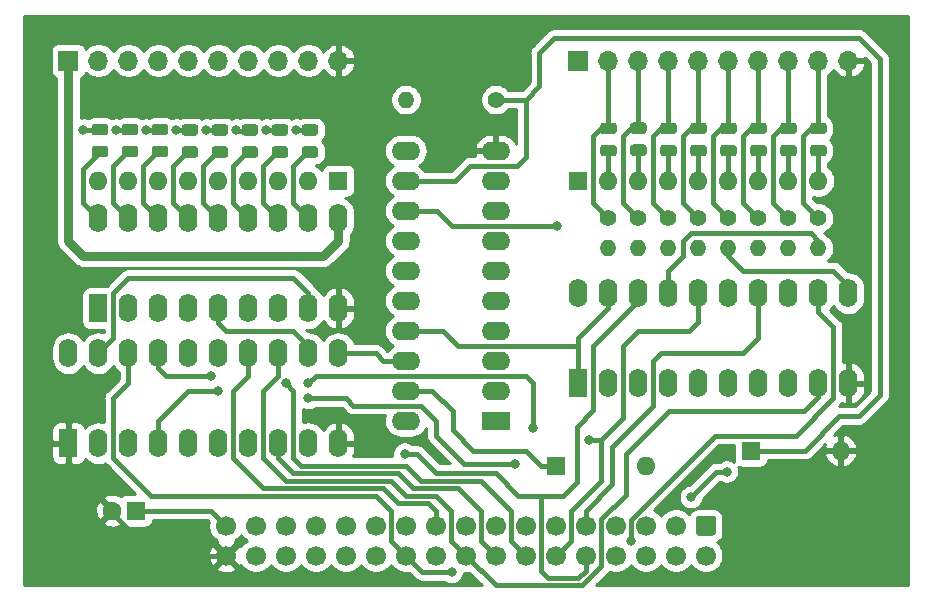
<source format=gtl>
%TF.GenerationSoftware,KiCad,Pcbnew,(5.1.12)-1*%
%TF.CreationDate,2022-03-19T10:44:28+01:00*%
%TF.ProjectId,8ESN,3845534e-2e6b-4696-9361-645f70636258,1.0*%
%TF.SameCoordinates,PX6d01460PY60e4b00*%
%TF.FileFunction,Copper,L1,Top*%
%TF.FilePolarity,Positive*%
%FSLAX46Y46*%
G04 Gerber Fmt 4.6, Leading zero omitted, Abs format (unit mm)*
G04 Created by KiCad (PCBNEW (5.1.12)-1) date 2022-03-19 10:44:28*
%MOMM*%
%LPD*%
G01*
G04 APERTURE LIST*
%TA.AperFunction,ComponentPad*%
%ADD10C,1.700000*%
%TD*%
%TA.AperFunction,ComponentPad*%
%ADD11O,1.600000X1.600000*%
%TD*%
%TA.AperFunction,ComponentPad*%
%ADD12R,1.600000X1.600000*%
%TD*%
%TA.AperFunction,ComponentPad*%
%ADD13O,1.400000X1.400000*%
%TD*%
%TA.AperFunction,ComponentPad*%
%ADD14C,1.400000*%
%TD*%
%TA.AperFunction,ComponentPad*%
%ADD15O,1.700000X1.700000*%
%TD*%
%TA.AperFunction,ComponentPad*%
%ADD16R,1.700000X1.700000*%
%TD*%
%TA.AperFunction,ComponentPad*%
%ADD17O,2.400000X1.600000*%
%TD*%
%TA.AperFunction,ComponentPad*%
%ADD18R,2.400000X1.600000*%
%TD*%
%TA.AperFunction,ComponentPad*%
%ADD19O,1.600000X2.400000*%
%TD*%
%TA.AperFunction,ComponentPad*%
%ADD20R,1.600000X2.400000*%
%TD*%
%TA.AperFunction,ComponentPad*%
%ADD21C,1.600000*%
%TD*%
%TA.AperFunction,ViaPad*%
%ADD22C,0.800000*%
%TD*%
%TA.AperFunction,Conductor*%
%ADD23C,0.400000*%
%TD*%
%TA.AperFunction,Conductor*%
%ADD24C,0.800000*%
%TD*%
%TA.AperFunction,Conductor*%
%ADD25C,0.254000*%
%TD*%
%TA.AperFunction,Conductor*%
%ADD26C,0.100000*%
%TD*%
G04 APERTURE END LIST*
D10*
%TO.P,J1,34*%
%TO.N,GND*%
X17780000Y3175000D03*
%TO.P,J1,32*%
%TO.N,/A11*%
X20320000Y3175000D03*
%TO.P,J1,30*%
%TO.N,/A12*%
X22860000Y3175000D03*
%TO.P,J1,28*%
%TO.N,/A13*%
X25400000Y3175000D03*
%TO.P,J1,26*%
%TO.N,/A14*%
X27940000Y3175000D03*
%TO.P,J1,24*%
%TO.N,/A15*%
X30480000Y3175000D03*
%TO.P,J1,22*%
%TO.N,/D7*%
X33020000Y3175000D03*
%TO.P,J1,20*%
%TO.N,/A4*%
X35560000Y3175000D03*
%TO.P,J1,18*%
%TO.N,/D4*%
X38100000Y3175000D03*
%TO.P,J1,16*%
%TO.N,/D3*%
X40640000Y3175000D03*
%TO.P,J1,14*%
%TO.N,/D6*%
X43180000Y3175000D03*
%TO.P,J1,12*%
%TO.N,/D1*%
X45720000Y3175000D03*
%TO.P,J1,10*%
%TO.N,/D0*%
X48260000Y3175000D03*
%TO.P,J1,8*%
%TO.N,/~IRQ*%
X50800000Y3175000D03*
%TO.P,J1,6*%
%TO.N,/~IOCTRL*%
X53340000Y3175000D03*
%TO.P,J1,4*%
%TO.N,/~RESET*%
X55880000Y3175000D03*
%TO.P,J1,2*%
%TO.N,/~ROMDIS*%
X58420000Y3175000D03*
%TO.P,J1,33*%
%TO.N,VCC*%
X17780000Y5715000D03*
%TO.P,J1,31*%
%TO.N,/A10*%
X20320000Y5715000D03*
%TO.P,J1,29*%
%TO.N,/A9*%
X22860000Y5715000D03*
%TO.P,J1,27*%
%TO.N,/A8*%
X25400000Y5715000D03*
%TO.P,J1,25*%
%TO.N,/A7*%
X27940000Y5715000D03*
%TO.P,J1,23*%
%TO.N,/A6*%
X30480000Y5715000D03*
%TO.P,J1,21*%
%TO.N,/A5*%
X33020000Y5715000D03*
%TO.P,J1,19*%
%TO.N,/D5*%
X35560000Y5715000D03*
%TO.P,J1,17*%
%TO.N,/A2*%
X38100000Y5715000D03*
%TO.P,J1,15*%
%TO.N,/A1*%
X40640000Y5715000D03*
%TO.P,J1,13*%
%TO.N,/A0*%
X43180000Y5715000D03*
%TO.P,J1,11*%
%TO.N,/A3*%
X45720000Y5715000D03*
%TO.P,J1,9*%
%TO.N,/D2*%
X48260000Y5715000D03*
%TO.P,J1,7*%
%TO.N,/R_~W*%
X50800000Y5715000D03*
%TO.P,J1,5*%
%TO.N,/~IO*%
X53340000Y5715000D03*
%TO.P,J1,3*%
%TO.N,/PHI2*%
X55880000Y5715000D03*
%TO.P,J1,1*%
%TO.N,/~MAP*%
%TA.AperFunction,ComponentPad*%
G36*
G01*
X57820000Y6565000D02*
X59020000Y6565000D01*
G75*
G02*
X59270000Y6315000I0J-250000D01*
G01*
X59270000Y5115000D01*
G75*
G02*
X59020000Y4865000I-250000J0D01*
G01*
X57820000Y4865000D01*
G75*
G02*
X57570000Y5115000I0J250000D01*
G01*
X57570000Y6315000D01*
G75*
G02*
X57820000Y6565000I250000J0D01*
G01*
G37*
%TD.AperFunction*%
%TD*%
D11*
%TO.P,RN2,9*%
%TO.N,Net-(D2-Pad2)*%
X6985000Y34925000D03*
%TO.P,RN2,8*%
%TO.N,Net-(D3-Pad2)*%
X9525000Y34925000D03*
%TO.P,RN2,7*%
%TO.N,Net-(D4-Pad2)*%
X12065000Y34925000D03*
%TO.P,RN2,6*%
%TO.N,Net-(D5-Pad2)*%
X14605000Y34925000D03*
%TO.P,RN2,5*%
%TO.N,Net-(D6-Pad2)*%
X17145000Y34925000D03*
%TO.P,RN2,4*%
%TO.N,Net-(D7-Pad2)*%
X19685000Y34925000D03*
%TO.P,RN2,3*%
%TO.N,Net-(D8-Pad2)*%
X22225000Y34925000D03*
%TO.P,RN2,2*%
%TO.N,Net-(D9-Pad2)*%
X24765000Y34925000D03*
D12*
%TO.P,RN2,1*%
%TO.N,VCC*%
X27305000Y34925000D03*
%TD*%
D13*
%TO.P,R9,2*%
%TO.N,VCC*%
X33020000Y41783000D03*
D14*
%TO.P,R9,1*%
%TO.N,Net-(R9-Pad1)*%
X40640000Y41783000D03*
%TD*%
D11*
%TO.P,SW1,2*%
%TO.N,GND*%
X69850000Y12065000D03*
D12*
%TO.P,SW1,1*%
%TO.N,Net-(R9-Pad1)*%
X62230000Y12065000D03*
%TD*%
D15*
%TO.P,J2,10*%
%TO.N,GND*%
X70485000Y45085000D03*
%TO.P,J2,9*%
%TO.N,/IN7*%
X67945000Y45085000D03*
%TO.P,J2,8*%
%TO.N,/IN6*%
X65405000Y45085000D03*
%TO.P,J2,7*%
%TO.N,/IN5*%
X62865000Y45085000D03*
%TO.P,J2,6*%
%TO.N,/IN4*%
X60325000Y45085000D03*
%TO.P,J2,5*%
%TO.N,/IN3*%
X57785000Y45085000D03*
%TO.P,J2,4*%
%TO.N,/IN2*%
X55245000Y45085000D03*
%TO.P,J2,3*%
%TO.N,/IN1*%
X52705000Y45085000D03*
%TO.P,J2,2*%
%TO.N,/IN0*%
X50165000Y45085000D03*
D16*
%TO.P,J2,1*%
%TO.N,VCC*%
X47625000Y45085000D03*
%TD*%
D15*
%TO.P,J3,10*%
%TO.N,GND*%
X27305000Y45085000D03*
%TO.P,J3,9*%
%TO.N,Net-(D9-Pad1)*%
X24765000Y45085000D03*
%TO.P,J3,8*%
%TO.N,Net-(D8-Pad1)*%
X22225000Y45085000D03*
%TO.P,J3,7*%
%TO.N,Net-(D7-Pad1)*%
X19685000Y45085000D03*
%TO.P,J3,6*%
%TO.N,Net-(D6-Pad1)*%
X17145000Y45085000D03*
%TO.P,J3,5*%
%TO.N,Net-(D5-Pad1)*%
X14605000Y45085000D03*
%TO.P,J3,4*%
%TO.N,Net-(D4-Pad1)*%
X12065000Y45085000D03*
%TO.P,J3,3*%
%TO.N,Net-(D3-Pad1)*%
X9525000Y45085000D03*
%TO.P,J3,2*%
%TO.N,Net-(D2-Pad1)*%
X6985000Y45085000D03*
D16*
%TO.P,J3,1*%
%TO.N,Net-(J3-Pad1)*%
X4445000Y45085000D03*
%TD*%
D17*
%TO.P,U1,20*%
%TO.N,VCC*%
X33020000Y14605000D03*
%TO.P,U1,10*%
%TO.N,GND*%
X40640000Y37465000D03*
%TO.P,U1,19*%
%TO.N,Net-(D1-Pad1)*%
X33020000Y17145000D03*
%TO.P,U1,9*%
%TO.N,/~IO*%
X40640000Y34925000D03*
%TO.P,U1,18*%
%TO.N,Net-(U1-Pad18)*%
X33020000Y19685000D03*
%TO.P,U1,8*%
%TO.N,/A7*%
X40640000Y32385000D03*
%TO.P,U1,17*%
%TO.N,Net-(U1-Pad17)*%
X33020000Y22225000D03*
%TO.P,U1,7*%
%TO.N,/A6*%
X40640000Y29845000D03*
%TO.P,U1,16*%
%TO.N,Net-(U1-Pad16)*%
X33020000Y24765000D03*
%TO.P,U1,6*%
%TO.N,/A5*%
X40640000Y27305000D03*
%TO.P,U1,15*%
%TO.N,Net-(U1-Pad15)*%
X33020000Y27305000D03*
%TO.P,U1,5*%
%TO.N,/A4*%
X40640000Y24765000D03*
%TO.P,U1,14*%
%TO.N,Net-(U1-Pad14)*%
X33020000Y29845000D03*
%TO.P,U1,4*%
%TO.N,/A2*%
X40640000Y22225000D03*
%TO.P,U1,13*%
%TO.N,/PHI2*%
X33020000Y32385000D03*
%TO.P,U1,3*%
%TO.N,/A1*%
X40640000Y19685000D03*
%TO.P,U1,12*%
%TO.N,Net-(R9-Pad1)*%
X33020000Y34925000D03*
%TO.P,U1,2*%
%TO.N,/A0*%
X40640000Y17145000D03*
%TO.P,U1,11*%
%TO.N,/R_~W*%
X33020000Y37465000D03*
D18*
%TO.P,U1,1*%
%TO.N,/A3*%
X40640000Y14605000D03*
%TD*%
D13*
%TO.P,R8,2*%
%TO.N,Net-(R8-Pad2)*%
X67945000Y29210000D03*
D14*
%TO.P,R8,1*%
%TO.N,/IN7*%
X67945000Y31750000D03*
%TD*%
D13*
%TO.P,R7,2*%
%TO.N,Net-(R7-Pad2)*%
X65405000Y29210000D03*
D14*
%TO.P,R7,1*%
%TO.N,/IN6*%
X65405000Y31750000D03*
%TD*%
D13*
%TO.P,R6,2*%
%TO.N,Net-(R6-Pad2)*%
X62865000Y29210000D03*
D14*
%TO.P,R6,1*%
%TO.N,/IN5*%
X62865000Y31750000D03*
%TD*%
D13*
%TO.P,R5,2*%
%TO.N,Net-(R5-Pad2)*%
X60325000Y29210000D03*
D14*
%TO.P,R5,1*%
%TO.N,/IN4*%
X60325000Y31750000D03*
%TD*%
D13*
%TO.P,R4,2*%
%TO.N,Net-(R4-Pad2)*%
X57785000Y29210000D03*
D14*
%TO.P,R4,1*%
%TO.N,/IN3*%
X57785000Y31750000D03*
%TD*%
D13*
%TO.P,R3,2*%
%TO.N,Net-(R3-Pad2)*%
X55245000Y29210000D03*
D14*
%TO.P,R3,1*%
%TO.N,/IN2*%
X55245000Y31750000D03*
%TD*%
D13*
%TO.P,R2,2*%
%TO.N,Net-(R2-Pad2)*%
X52705000Y29210000D03*
D14*
%TO.P,R2,1*%
%TO.N,/IN1*%
X52705000Y31750000D03*
%TD*%
D13*
%TO.P,R1,2*%
%TO.N,Net-(R1-Pad2)*%
X50165000Y29210000D03*
D14*
%TO.P,R1,1*%
%TO.N,/IN0*%
X50165000Y31750000D03*
%TD*%
%TO.P,D17,2*%
%TO.N,Net-(D17-Pad2)*%
%TA.AperFunction,SMDPad,CuDef*%
G36*
G01*
X67488750Y37952500D02*
X68401250Y37952500D01*
G75*
G02*
X68645000Y37708750I0J-243750D01*
G01*
X68645000Y37221250D01*
G75*
G02*
X68401250Y36977500I-243750J0D01*
G01*
X67488750Y36977500D01*
G75*
G02*
X67245000Y37221250I0J243750D01*
G01*
X67245000Y37708750D01*
G75*
G02*
X67488750Y37952500I243750J0D01*
G01*
G37*
%TD.AperFunction*%
%TO.P,D17,1*%
%TO.N,/IN7*%
%TA.AperFunction,SMDPad,CuDef*%
G36*
G01*
X67488750Y39827500D02*
X68401250Y39827500D01*
G75*
G02*
X68645000Y39583750I0J-243750D01*
G01*
X68645000Y39096250D01*
G75*
G02*
X68401250Y38852500I-243750J0D01*
G01*
X67488750Y38852500D01*
G75*
G02*
X67245000Y39096250I0J243750D01*
G01*
X67245000Y39583750D01*
G75*
G02*
X67488750Y39827500I243750J0D01*
G01*
G37*
%TD.AperFunction*%
%TD*%
%TO.P,D16,2*%
%TO.N,Net-(D16-Pad2)*%
%TA.AperFunction,SMDPad,CuDef*%
G36*
G01*
X64948750Y37952500D02*
X65861250Y37952500D01*
G75*
G02*
X66105000Y37708750I0J-243750D01*
G01*
X66105000Y37221250D01*
G75*
G02*
X65861250Y36977500I-243750J0D01*
G01*
X64948750Y36977500D01*
G75*
G02*
X64705000Y37221250I0J243750D01*
G01*
X64705000Y37708750D01*
G75*
G02*
X64948750Y37952500I243750J0D01*
G01*
G37*
%TD.AperFunction*%
%TO.P,D16,1*%
%TO.N,/IN6*%
%TA.AperFunction,SMDPad,CuDef*%
G36*
G01*
X64948750Y39827500D02*
X65861250Y39827500D01*
G75*
G02*
X66105000Y39583750I0J-243750D01*
G01*
X66105000Y39096250D01*
G75*
G02*
X65861250Y38852500I-243750J0D01*
G01*
X64948750Y38852500D01*
G75*
G02*
X64705000Y39096250I0J243750D01*
G01*
X64705000Y39583750D01*
G75*
G02*
X64948750Y39827500I243750J0D01*
G01*
G37*
%TD.AperFunction*%
%TD*%
%TO.P,D15,2*%
%TO.N,Net-(D15-Pad2)*%
%TA.AperFunction,SMDPad,CuDef*%
G36*
G01*
X62408750Y37952500D02*
X63321250Y37952500D01*
G75*
G02*
X63565000Y37708750I0J-243750D01*
G01*
X63565000Y37221250D01*
G75*
G02*
X63321250Y36977500I-243750J0D01*
G01*
X62408750Y36977500D01*
G75*
G02*
X62165000Y37221250I0J243750D01*
G01*
X62165000Y37708750D01*
G75*
G02*
X62408750Y37952500I243750J0D01*
G01*
G37*
%TD.AperFunction*%
%TO.P,D15,1*%
%TO.N,/IN5*%
%TA.AperFunction,SMDPad,CuDef*%
G36*
G01*
X62408750Y39827500D02*
X63321250Y39827500D01*
G75*
G02*
X63565000Y39583750I0J-243750D01*
G01*
X63565000Y39096250D01*
G75*
G02*
X63321250Y38852500I-243750J0D01*
G01*
X62408750Y38852500D01*
G75*
G02*
X62165000Y39096250I0J243750D01*
G01*
X62165000Y39583750D01*
G75*
G02*
X62408750Y39827500I243750J0D01*
G01*
G37*
%TD.AperFunction*%
%TD*%
%TO.P,D14,2*%
%TO.N,Net-(D14-Pad2)*%
%TA.AperFunction,SMDPad,CuDef*%
G36*
G01*
X59868750Y37952500D02*
X60781250Y37952500D01*
G75*
G02*
X61025000Y37708750I0J-243750D01*
G01*
X61025000Y37221250D01*
G75*
G02*
X60781250Y36977500I-243750J0D01*
G01*
X59868750Y36977500D01*
G75*
G02*
X59625000Y37221250I0J243750D01*
G01*
X59625000Y37708750D01*
G75*
G02*
X59868750Y37952500I243750J0D01*
G01*
G37*
%TD.AperFunction*%
%TO.P,D14,1*%
%TO.N,/IN4*%
%TA.AperFunction,SMDPad,CuDef*%
G36*
G01*
X59868750Y39827500D02*
X60781250Y39827500D01*
G75*
G02*
X61025000Y39583750I0J-243750D01*
G01*
X61025000Y39096250D01*
G75*
G02*
X60781250Y38852500I-243750J0D01*
G01*
X59868750Y38852500D01*
G75*
G02*
X59625000Y39096250I0J243750D01*
G01*
X59625000Y39583750D01*
G75*
G02*
X59868750Y39827500I243750J0D01*
G01*
G37*
%TD.AperFunction*%
%TD*%
%TO.P,D13,2*%
%TO.N,Net-(D13-Pad2)*%
%TA.AperFunction,SMDPad,CuDef*%
G36*
G01*
X57328750Y37952500D02*
X58241250Y37952500D01*
G75*
G02*
X58485000Y37708750I0J-243750D01*
G01*
X58485000Y37221250D01*
G75*
G02*
X58241250Y36977500I-243750J0D01*
G01*
X57328750Y36977500D01*
G75*
G02*
X57085000Y37221250I0J243750D01*
G01*
X57085000Y37708750D01*
G75*
G02*
X57328750Y37952500I243750J0D01*
G01*
G37*
%TD.AperFunction*%
%TO.P,D13,1*%
%TO.N,/IN3*%
%TA.AperFunction,SMDPad,CuDef*%
G36*
G01*
X57328750Y39827500D02*
X58241250Y39827500D01*
G75*
G02*
X58485000Y39583750I0J-243750D01*
G01*
X58485000Y39096250D01*
G75*
G02*
X58241250Y38852500I-243750J0D01*
G01*
X57328750Y38852500D01*
G75*
G02*
X57085000Y39096250I0J243750D01*
G01*
X57085000Y39583750D01*
G75*
G02*
X57328750Y39827500I243750J0D01*
G01*
G37*
%TD.AperFunction*%
%TD*%
%TO.P,D12,2*%
%TO.N,Net-(D12-Pad2)*%
%TA.AperFunction,SMDPad,CuDef*%
G36*
G01*
X54788750Y37952500D02*
X55701250Y37952500D01*
G75*
G02*
X55945000Y37708750I0J-243750D01*
G01*
X55945000Y37221250D01*
G75*
G02*
X55701250Y36977500I-243750J0D01*
G01*
X54788750Y36977500D01*
G75*
G02*
X54545000Y37221250I0J243750D01*
G01*
X54545000Y37708750D01*
G75*
G02*
X54788750Y37952500I243750J0D01*
G01*
G37*
%TD.AperFunction*%
%TO.P,D12,1*%
%TO.N,/IN2*%
%TA.AperFunction,SMDPad,CuDef*%
G36*
G01*
X54788750Y39827500D02*
X55701250Y39827500D01*
G75*
G02*
X55945000Y39583750I0J-243750D01*
G01*
X55945000Y39096250D01*
G75*
G02*
X55701250Y38852500I-243750J0D01*
G01*
X54788750Y38852500D01*
G75*
G02*
X54545000Y39096250I0J243750D01*
G01*
X54545000Y39583750D01*
G75*
G02*
X54788750Y39827500I243750J0D01*
G01*
G37*
%TD.AperFunction*%
%TD*%
%TO.P,D11,2*%
%TO.N,Net-(D11-Pad2)*%
%TA.AperFunction,SMDPad,CuDef*%
G36*
G01*
X52248750Y37982500D02*
X53161250Y37982500D01*
G75*
G02*
X53405000Y37738750I0J-243750D01*
G01*
X53405000Y37251250D01*
G75*
G02*
X53161250Y37007500I-243750J0D01*
G01*
X52248750Y37007500D01*
G75*
G02*
X52005000Y37251250I0J243750D01*
G01*
X52005000Y37738750D01*
G75*
G02*
X52248750Y37982500I243750J0D01*
G01*
G37*
%TD.AperFunction*%
%TO.P,D11,1*%
%TO.N,/IN1*%
%TA.AperFunction,SMDPad,CuDef*%
G36*
G01*
X52248750Y39857500D02*
X53161250Y39857500D01*
G75*
G02*
X53405000Y39613750I0J-243750D01*
G01*
X53405000Y39126250D01*
G75*
G02*
X53161250Y38882500I-243750J0D01*
G01*
X52248750Y38882500D01*
G75*
G02*
X52005000Y39126250I0J243750D01*
G01*
X52005000Y39613750D01*
G75*
G02*
X52248750Y39857500I243750J0D01*
G01*
G37*
%TD.AperFunction*%
%TD*%
%TO.P,D10,2*%
%TO.N,Net-(D10-Pad2)*%
%TA.AperFunction,SMDPad,CuDef*%
G36*
G01*
X49708750Y37952500D02*
X50621250Y37952500D01*
G75*
G02*
X50865000Y37708750I0J-243750D01*
G01*
X50865000Y37221250D01*
G75*
G02*
X50621250Y36977500I-243750J0D01*
G01*
X49708750Y36977500D01*
G75*
G02*
X49465000Y37221250I0J243750D01*
G01*
X49465000Y37708750D01*
G75*
G02*
X49708750Y37952500I243750J0D01*
G01*
G37*
%TD.AperFunction*%
%TO.P,D10,1*%
%TO.N,/IN0*%
%TA.AperFunction,SMDPad,CuDef*%
G36*
G01*
X49708750Y39827500D02*
X50621250Y39827500D01*
G75*
G02*
X50865000Y39583750I0J-243750D01*
G01*
X50865000Y39096250D01*
G75*
G02*
X50621250Y38852500I-243750J0D01*
G01*
X49708750Y38852500D01*
G75*
G02*
X49465000Y39096250I0J243750D01*
G01*
X49465000Y39583750D01*
G75*
G02*
X49708750Y39827500I243750J0D01*
G01*
G37*
%TD.AperFunction*%
%TD*%
%TO.P,D9,2*%
%TO.N,Net-(D9-Pad2)*%
%TA.AperFunction,SMDPad,CuDef*%
G36*
G01*
X25348250Y38725500D02*
X24435750Y38725500D01*
G75*
G02*
X24192000Y38969250I0J243750D01*
G01*
X24192000Y39456750D01*
G75*
G02*
X24435750Y39700500I243750J0D01*
G01*
X25348250Y39700500D01*
G75*
G02*
X25592000Y39456750I0J-243750D01*
G01*
X25592000Y38969250D01*
G75*
G02*
X25348250Y38725500I-243750J0D01*
G01*
G37*
%TD.AperFunction*%
%TO.P,D9,1*%
%TO.N,Net-(D9-Pad1)*%
%TA.AperFunction,SMDPad,CuDef*%
G36*
G01*
X25348250Y36850500D02*
X24435750Y36850500D01*
G75*
G02*
X24192000Y37094250I0J243750D01*
G01*
X24192000Y37581750D01*
G75*
G02*
X24435750Y37825500I243750J0D01*
G01*
X25348250Y37825500D01*
G75*
G02*
X25592000Y37581750I0J-243750D01*
G01*
X25592000Y37094250D01*
G75*
G02*
X25348250Y36850500I-243750J0D01*
G01*
G37*
%TD.AperFunction*%
%TD*%
%TO.P,D8,2*%
%TO.N,Net-(D8-Pad2)*%
%TA.AperFunction,SMDPad,CuDef*%
G36*
G01*
X22808250Y38725500D02*
X21895750Y38725500D01*
G75*
G02*
X21652000Y38969250I0J243750D01*
G01*
X21652000Y39456750D01*
G75*
G02*
X21895750Y39700500I243750J0D01*
G01*
X22808250Y39700500D01*
G75*
G02*
X23052000Y39456750I0J-243750D01*
G01*
X23052000Y38969250D01*
G75*
G02*
X22808250Y38725500I-243750J0D01*
G01*
G37*
%TD.AperFunction*%
%TO.P,D8,1*%
%TO.N,Net-(D8-Pad1)*%
%TA.AperFunction,SMDPad,CuDef*%
G36*
G01*
X22808250Y36850500D02*
X21895750Y36850500D01*
G75*
G02*
X21652000Y37094250I0J243750D01*
G01*
X21652000Y37581750D01*
G75*
G02*
X21895750Y37825500I243750J0D01*
G01*
X22808250Y37825500D01*
G75*
G02*
X23052000Y37581750I0J-243750D01*
G01*
X23052000Y37094250D01*
G75*
G02*
X22808250Y36850500I-243750J0D01*
G01*
G37*
%TD.AperFunction*%
%TD*%
%TO.P,D7,2*%
%TO.N,Net-(D7-Pad2)*%
%TA.AperFunction,SMDPad,CuDef*%
G36*
G01*
X20268250Y38727800D02*
X19355750Y38727800D01*
G75*
G02*
X19112000Y38971550I0J243750D01*
G01*
X19112000Y39459050D01*
G75*
G02*
X19355750Y39702800I243750J0D01*
G01*
X20268250Y39702800D01*
G75*
G02*
X20512000Y39459050I0J-243750D01*
G01*
X20512000Y38971550D01*
G75*
G02*
X20268250Y38727800I-243750J0D01*
G01*
G37*
%TD.AperFunction*%
%TO.P,D7,1*%
%TO.N,Net-(D7-Pad1)*%
%TA.AperFunction,SMDPad,CuDef*%
G36*
G01*
X20268250Y36852800D02*
X19355750Y36852800D01*
G75*
G02*
X19112000Y37096550I0J243750D01*
G01*
X19112000Y37584050D01*
G75*
G02*
X19355750Y37827800I243750J0D01*
G01*
X20268250Y37827800D01*
G75*
G02*
X20512000Y37584050I0J-243750D01*
G01*
X20512000Y37096550D01*
G75*
G02*
X20268250Y36852800I-243750J0D01*
G01*
G37*
%TD.AperFunction*%
%TD*%
%TO.P,D6,2*%
%TO.N,Net-(D6-Pad2)*%
%TA.AperFunction,SMDPad,CuDef*%
G36*
G01*
X17728250Y38725500D02*
X16815750Y38725500D01*
G75*
G02*
X16572000Y38969250I0J243750D01*
G01*
X16572000Y39456750D01*
G75*
G02*
X16815750Y39700500I243750J0D01*
G01*
X17728250Y39700500D01*
G75*
G02*
X17972000Y39456750I0J-243750D01*
G01*
X17972000Y38969250D01*
G75*
G02*
X17728250Y38725500I-243750J0D01*
G01*
G37*
%TD.AperFunction*%
%TO.P,D6,1*%
%TO.N,Net-(D6-Pad1)*%
%TA.AperFunction,SMDPad,CuDef*%
G36*
G01*
X17728250Y36850500D02*
X16815750Y36850500D01*
G75*
G02*
X16572000Y37094250I0J243750D01*
G01*
X16572000Y37581750D01*
G75*
G02*
X16815750Y37825500I243750J0D01*
G01*
X17728250Y37825500D01*
G75*
G02*
X17972000Y37581750I0J-243750D01*
G01*
X17972000Y37094250D01*
G75*
G02*
X17728250Y36850500I-243750J0D01*
G01*
G37*
%TD.AperFunction*%
%TD*%
%TO.P,D5,2*%
%TO.N,Net-(D5-Pad2)*%
%TA.AperFunction,SMDPad,CuDef*%
G36*
G01*
X15188250Y38725500D02*
X14275750Y38725500D01*
G75*
G02*
X14032000Y38969250I0J243750D01*
G01*
X14032000Y39456750D01*
G75*
G02*
X14275750Y39700500I243750J0D01*
G01*
X15188250Y39700500D01*
G75*
G02*
X15432000Y39456750I0J-243750D01*
G01*
X15432000Y38969250D01*
G75*
G02*
X15188250Y38725500I-243750J0D01*
G01*
G37*
%TD.AperFunction*%
%TO.P,D5,1*%
%TO.N,Net-(D5-Pad1)*%
%TA.AperFunction,SMDPad,CuDef*%
G36*
G01*
X15188250Y36850500D02*
X14275750Y36850500D01*
G75*
G02*
X14032000Y37094250I0J243750D01*
G01*
X14032000Y37581750D01*
G75*
G02*
X14275750Y37825500I243750J0D01*
G01*
X15188250Y37825500D01*
G75*
G02*
X15432000Y37581750I0J-243750D01*
G01*
X15432000Y37094250D01*
G75*
G02*
X15188250Y36850500I-243750J0D01*
G01*
G37*
%TD.AperFunction*%
%TD*%
%TO.P,D4,2*%
%TO.N,Net-(D4-Pad2)*%
%TA.AperFunction,SMDPad,CuDef*%
G36*
G01*
X12648250Y38755500D02*
X11735750Y38755500D01*
G75*
G02*
X11492000Y38999250I0J243750D01*
G01*
X11492000Y39486750D01*
G75*
G02*
X11735750Y39730500I243750J0D01*
G01*
X12648250Y39730500D01*
G75*
G02*
X12892000Y39486750I0J-243750D01*
G01*
X12892000Y38999250D01*
G75*
G02*
X12648250Y38755500I-243750J0D01*
G01*
G37*
%TD.AperFunction*%
%TO.P,D4,1*%
%TO.N,Net-(D4-Pad1)*%
%TA.AperFunction,SMDPad,CuDef*%
G36*
G01*
X12648250Y36880500D02*
X11735750Y36880500D01*
G75*
G02*
X11492000Y37124250I0J243750D01*
G01*
X11492000Y37611750D01*
G75*
G02*
X11735750Y37855500I243750J0D01*
G01*
X12648250Y37855500D01*
G75*
G02*
X12892000Y37611750I0J-243750D01*
G01*
X12892000Y37124250D01*
G75*
G02*
X12648250Y36880500I-243750J0D01*
G01*
G37*
%TD.AperFunction*%
%TD*%
%TO.P,D3,2*%
%TO.N,Net-(D3-Pad2)*%
%TA.AperFunction,SMDPad,CuDef*%
G36*
G01*
X10108250Y38755500D02*
X9195750Y38755500D01*
G75*
G02*
X8952000Y38999250I0J243750D01*
G01*
X8952000Y39486750D01*
G75*
G02*
X9195750Y39730500I243750J0D01*
G01*
X10108250Y39730500D01*
G75*
G02*
X10352000Y39486750I0J-243750D01*
G01*
X10352000Y38999250D01*
G75*
G02*
X10108250Y38755500I-243750J0D01*
G01*
G37*
%TD.AperFunction*%
%TO.P,D3,1*%
%TO.N,Net-(D3-Pad1)*%
%TA.AperFunction,SMDPad,CuDef*%
G36*
G01*
X10108250Y36880500D02*
X9195750Y36880500D01*
G75*
G02*
X8952000Y37124250I0J243750D01*
G01*
X8952000Y37611750D01*
G75*
G02*
X9195750Y37855500I243750J0D01*
G01*
X10108250Y37855500D01*
G75*
G02*
X10352000Y37611750I0J-243750D01*
G01*
X10352000Y37124250D01*
G75*
G02*
X10108250Y36880500I-243750J0D01*
G01*
G37*
%TD.AperFunction*%
%TD*%
%TO.P,D2,2*%
%TO.N,Net-(D2-Pad2)*%
%TA.AperFunction,SMDPad,CuDef*%
G36*
G01*
X7568250Y38755500D02*
X6655750Y38755500D01*
G75*
G02*
X6412000Y38999250I0J243750D01*
G01*
X6412000Y39486750D01*
G75*
G02*
X6655750Y39730500I243750J0D01*
G01*
X7568250Y39730500D01*
G75*
G02*
X7812000Y39486750I0J-243750D01*
G01*
X7812000Y38999250D01*
G75*
G02*
X7568250Y38755500I-243750J0D01*
G01*
G37*
%TD.AperFunction*%
%TO.P,D2,1*%
%TO.N,Net-(D2-Pad1)*%
%TA.AperFunction,SMDPad,CuDef*%
G36*
G01*
X7568250Y36880500D02*
X6655750Y36880500D01*
G75*
G02*
X6412000Y37124250I0J243750D01*
G01*
X6412000Y37611750D01*
G75*
G02*
X6655750Y37855500I243750J0D01*
G01*
X7568250Y37855500D01*
G75*
G02*
X7812000Y37611750I0J-243750D01*
G01*
X7812000Y37124250D01*
G75*
G02*
X7568250Y36880500I-243750J0D01*
G01*
G37*
%TD.AperFunction*%
%TD*%
D19*
%TO.P,U6,18*%
%TO.N,Net-(D2-Pad1)*%
X6985000Y31750000D03*
%TO.P,U6,9*%
%TO.N,GND*%
X27305000Y24130000D03*
%TO.P,U6,17*%
%TO.N,Net-(D3-Pad1)*%
X9525000Y31750000D03*
%TO.P,U6,8*%
%TO.N,Net-(U4-Pad19)*%
X24765000Y24130000D03*
%TO.P,U6,16*%
%TO.N,Net-(D4-Pad1)*%
X12065000Y31750000D03*
%TO.P,U6,7*%
%TO.N,Net-(U4-Pad16)*%
X22225000Y24130000D03*
%TO.P,U6,15*%
%TO.N,Net-(D5-Pad1)*%
X14605000Y31750000D03*
%TO.P,U6,6*%
%TO.N,Net-(U4-Pad15)*%
X19685000Y24130000D03*
%TO.P,U6,14*%
%TO.N,Net-(D6-Pad1)*%
X17145000Y31750000D03*
%TO.P,U6,5*%
%TO.N,Net-(U4-Pad12)*%
X17145000Y24130000D03*
%TO.P,U6,13*%
%TO.N,Net-(D7-Pad1)*%
X19685000Y31750000D03*
%TO.P,U6,4*%
%TO.N,Net-(U4-Pad9)*%
X14605000Y24130000D03*
%TO.P,U6,12*%
%TO.N,Net-(D8-Pad1)*%
X22225000Y31750000D03*
%TO.P,U6,3*%
%TO.N,Net-(U4-Pad6)*%
X12065000Y24130000D03*
%TO.P,U6,11*%
%TO.N,Net-(D9-Pad1)*%
X24765000Y31750000D03*
%TO.P,U6,2*%
%TO.N,Net-(U4-Pad5)*%
X9525000Y24130000D03*
%TO.P,U6,10*%
%TO.N,Net-(J3-Pad1)*%
X27305000Y31750000D03*
D20*
%TO.P,U6,1*%
%TO.N,Net-(U4-Pad2)*%
X6985000Y24130000D03*
%TD*%
D19*
%TO.P,U5,20*%
%TO.N,VCC*%
X47625000Y25400000D03*
%TO.P,U5,10*%
%TO.N,GND*%
X70485000Y17780000D03*
%TO.P,U5,19*%
%TO.N,Net-(U1-Pad17)*%
X50165000Y25400000D03*
%TO.P,U5,9*%
%TO.N,/D4*%
X67945000Y17780000D03*
%TO.P,U5,18*%
%TO.N,/D0*%
X52705000Y25400000D03*
%TO.P,U5,8*%
%TO.N,Net-(R4-Pad2)*%
X65405000Y17780000D03*
%TO.P,U5,17*%
%TO.N,Net-(R8-Pad2)*%
X55245000Y25400000D03*
%TO.P,U5,7*%
%TO.N,/D5*%
X62865000Y17780000D03*
%TO.P,U5,16*%
%TO.N,/D1*%
X57785000Y25400000D03*
%TO.P,U5,6*%
%TO.N,Net-(R3-Pad2)*%
X60325000Y17780000D03*
%TO.P,U5,15*%
%TO.N,Net-(R7-Pad2)*%
X60325000Y25400000D03*
%TO.P,U5,5*%
%TO.N,/D6*%
X57785000Y17780000D03*
%TO.P,U5,14*%
%TO.N,/D2*%
X62865000Y25400000D03*
%TO.P,U5,4*%
%TO.N,Net-(R2-Pad2)*%
X55245000Y17780000D03*
%TO.P,U5,13*%
%TO.N,Net-(R6-Pad2)*%
X65405000Y25400000D03*
%TO.P,U5,3*%
%TO.N,/D7*%
X52705000Y17780000D03*
%TO.P,U5,12*%
%TO.N,/D3*%
X67945000Y25400000D03*
%TO.P,U5,2*%
%TO.N,Net-(R1-Pad2)*%
X50165000Y17780000D03*
%TO.P,U5,11*%
%TO.N,Net-(R5-Pad2)*%
X70485000Y25400000D03*
D20*
%TO.P,U5,1*%
%TO.N,Net-(U1-Pad17)*%
X47625000Y17780000D03*
%TD*%
D19*
%TO.P,U4,20*%
%TO.N,VCC*%
X4445000Y20320000D03*
%TO.P,U4,10*%
%TO.N,GND*%
X27305000Y12700000D03*
%TO.P,U4,19*%
%TO.N,Net-(U4-Pad19)*%
X6985000Y20320000D03*
%TO.P,U4,9*%
%TO.N,Net-(U4-Pad9)*%
X24765000Y12700000D03*
%TO.P,U4,18*%
%TO.N,/D7*%
X9525000Y20320000D03*
%TO.P,U4,8*%
%TO.N,/D3*%
X22225000Y12700000D03*
%TO.P,U4,17*%
%TO.N,/D6*%
X12065000Y20320000D03*
%TO.P,U4,7*%
%TO.N,/D2*%
X19685000Y12700000D03*
%TO.P,U4,16*%
%TO.N,Net-(U4-Pad16)*%
X14605000Y20320000D03*
%TO.P,U4,6*%
%TO.N,Net-(U4-Pad6)*%
X17145000Y12700000D03*
%TO.P,U4,15*%
%TO.N,Net-(U4-Pad15)*%
X17145000Y20320000D03*
%TO.P,U4,5*%
%TO.N,Net-(U4-Pad5)*%
X14605000Y12700000D03*
%TO.P,U4,14*%
%TO.N,/D5*%
X19685000Y20320000D03*
%TO.P,U4,4*%
%TO.N,/D1*%
X12065000Y12700000D03*
%TO.P,U4,13*%
%TO.N,/D4*%
X22225000Y20320000D03*
%TO.P,U4,3*%
%TO.N,/D0*%
X9525000Y12700000D03*
%TO.P,U4,12*%
%TO.N,Net-(U4-Pad12)*%
X24765000Y20320000D03*
%TO.P,U4,2*%
%TO.N,Net-(U4-Pad2)*%
X6985000Y12700000D03*
%TO.P,U4,11*%
%TO.N,Net-(U1-Pad18)*%
X27305000Y20320000D03*
D20*
%TO.P,U4,1*%
%TO.N,GND*%
X4445000Y12700000D03*
%TD*%
D11*
%TO.P,RN1,9*%
%TO.N,Net-(D17-Pad2)*%
X67945000Y34925000D03*
%TO.P,RN1,8*%
%TO.N,Net-(D16-Pad2)*%
X65405000Y34925000D03*
%TO.P,RN1,7*%
%TO.N,Net-(D15-Pad2)*%
X62865000Y34925000D03*
%TO.P,RN1,6*%
%TO.N,Net-(D14-Pad2)*%
X60325000Y34925000D03*
%TO.P,RN1,5*%
%TO.N,Net-(D13-Pad2)*%
X57785000Y34925000D03*
%TO.P,RN1,4*%
%TO.N,Net-(D12-Pad2)*%
X55245000Y34925000D03*
%TO.P,RN1,3*%
%TO.N,Net-(D11-Pad2)*%
X52705000Y34925000D03*
%TO.P,RN1,2*%
%TO.N,Net-(D10-Pad2)*%
X50165000Y34925000D03*
D12*
%TO.P,RN1,1*%
%TO.N,VCC*%
X47625000Y34925000D03*
%TD*%
D11*
%TO.P,D1,2*%
%TO.N,/~IOCTRL*%
X53340000Y10795000D03*
D12*
%TO.P,D1,1*%
%TO.N,Net-(D1-Pad1)*%
X45720000Y10795000D03*
%TD*%
D21*
%TO.P,C1,2*%
%TO.N,GND*%
X8160000Y6985000D03*
D12*
%TO.P,C1,1*%
%TO.N,VCC*%
X10160000Y6985000D03*
%TD*%
D22*
%TO.N,/D0*%
X32902500Y11801500D03*
%TO.N,/D1*%
X17145000Y17145000D03*
X24765000Y17780000D03*
X43815000Y13970000D03*
X48514000Y12954000D03*
%TO.N,/D2*%
X24765000Y16510000D03*
X42291000Y10922000D03*
%TO.N,/D3*%
X52070000Y4445000D03*
%TO.N,/D6*%
X16510000Y18415000D03*
X57149500Y8128500D03*
X60198000Y10287000D03*
X22860000Y17780000D03*
%TO.N,/D7*%
X36890900Y1770700D03*
%TO.N,/PHI2*%
X45847000Y31115000D03*
%TO.N,Net-(D9-Pad2)*%
X23749000Y39243000D03*
%TO.N,Net-(D5-Pad2)*%
X13589000Y39243000D03*
%TO.N,Net-(D8-Pad2)*%
X21209000Y39243000D03*
%TO.N,Net-(D4-Pad2)*%
X11049000Y39243000D03*
%TO.N,Net-(D7-Pad2)*%
X18669000Y39243000D03*
%TO.N,Net-(D3-Pad2)*%
X8509000Y39243000D03*
%TO.N,Net-(D6-Pad2)*%
X16129000Y39243000D03*
%TO.N,Net-(D2-Pad2)*%
X5715000Y39243000D03*
%TD*%
D23*
%TO.N,GND*%
X17780000Y3175000D02*
X11781900Y3175000D01*
X11781900Y3175000D02*
X8160000Y6796900D01*
X8160000Y6796900D02*
X8160000Y6985000D01*
%TO.N,VCC*%
X10160000Y6985000D02*
X16510000Y6985000D01*
X16510000Y6985000D02*
X17780000Y5715000D01*
%TO.N,/D0*%
X48260000Y1905000D02*
X48260000Y3175000D01*
X47625000Y1270000D02*
X48260000Y1905000D01*
X45085000Y1270000D02*
X47625000Y1270000D01*
X44450000Y1905000D02*
X45085000Y1270000D01*
X44450000Y8255000D02*
X44450000Y1905000D01*
X42545000Y8255000D02*
X44450000Y8255000D01*
X40640000Y10160000D02*
X35560000Y10160000D01*
X35560000Y10160000D02*
X33918500Y11801500D01*
X32902500Y11801500D02*
X33918500Y11801500D01*
X40640000Y10160000D02*
X42545000Y8255000D01*
X46355000Y8255000D02*
X44450000Y8255000D01*
X47498000Y9398000D02*
X46355000Y8255000D01*
X47498000Y14097000D02*
X47498000Y9398000D01*
X48895000Y15494000D02*
X47498000Y14097000D01*
X48895000Y20955000D02*
X48895000Y15494000D01*
X52705000Y24765000D02*
X48895000Y20955000D01*
X52705000Y25400000D02*
X52705000Y24765000D01*
%TO.N,/D1*%
X57785000Y22987000D02*
X57785000Y25400000D01*
X57023000Y22225000D02*
X57785000Y22987000D01*
X12065000Y12700000D02*
X12065000Y14605000D01*
X14605000Y17145000D02*
X17145000Y17145000D01*
X12065000Y14605000D02*
X14605000Y17145000D01*
X25400000Y18415000D02*
X29210000Y18415000D01*
X24765000Y17780000D02*
X25400000Y18415000D01*
X51435000Y20955000D02*
X52705000Y22225000D01*
X52705000Y22225000D02*
X57023000Y22225000D01*
X46990000Y6985000D02*
X49530000Y9525000D01*
X46990000Y4445000D02*
X46990000Y6985000D01*
X45720000Y3175000D02*
X46990000Y4445000D01*
X29210000Y18415000D02*
X43180000Y18415000D01*
X43815000Y17780000D02*
X43815000Y13970000D01*
X43180000Y18415000D02*
X43815000Y17780000D01*
X49530000Y9525000D02*
X49530000Y11303000D01*
X49403000Y12954000D02*
X49530000Y12827000D01*
X48514000Y12954000D02*
X49403000Y12954000D01*
X49530000Y11303000D02*
X49530000Y12827000D01*
X51435000Y14859000D02*
X51435000Y20955000D01*
X49530000Y12954000D02*
X51435000Y14859000D01*
X49530000Y12827000D02*
X49530000Y12954000D01*
%TO.N,/D2*%
X48260000Y5715000D02*
X48260000Y6985000D01*
X48260000Y6985000D02*
X50482000Y9207500D01*
X50482000Y9207500D02*
X50482000Y12382500D01*
X50482000Y12382500D02*
X53975000Y15875000D01*
X53975000Y15875000D02*
X53975000Y19685000D01*
X53975000Y19685000D02*
X54610000Y20320000D01*
X54610000Y20320000D02*
X61595000Y20320000D01*
X61595000Y20320000D02*
X62865000Y21590000D01*
X62865000Y21590000D02*
X62865000Y25400000D01*
X27940000Y16510000D02*
X24765000Y16510000D01*
X28575000Y15875000D02*
X27940000Y16510000D01*
X34290000Y15875000D02*
X28575000Y15875000D01*
X35560000Y14605000D02*
X34290000Y15875000D01*
X35560000Y13335000D02*
X35560000Y14605000D01*
X36576000Y12319000D02*
X37973000Y10922000D01*
X36576000Y12319000D02*
X35560000Y13335000D01*
X37973000Y10922000D02*
X42291000Y10922000D01*
%TO.N,/D3*%
X67945000Y23799700D02*
X67945000Y25400000D01*
X69214900Y22529800D02*
X67945000Y23799700D01*
X69214900Y16538200D02*
X69214900Y22529800D01*
X66011700Y13335000D02*
X69214900Y16538200D01*
X59188300Y13335000D02*
X66011700Y13335000D01*
X52070000Y6216700D02*
X59188300Y13335000D01*
X52070000Y4445000D02*
X52070000Y6216700D01*
X39370000Y4445000D02*
X40640000Y3175000D01*
X22225000Y11430000D02*
X23495000Y10160000D01*
X22225000Y12700000D02*
X22225000Y11430000D01*
X32385000Y10160000D02*
X33655000Y8890000D01*
X23495000Y10160000D02*
X32385000Y10160000D01*
X33655000Y8890000D02*
X37465000Y8890000D01*
X37465000Y8890000D02*
X39370000Y6985000D01*
X39370000Y6985000D02*
X39370000Y4445000D01*
%TO.N,/D4*%
X40615400Y659600D02*
X38100000Y3175000D01*
X49530000Y2267000D02*
X47922600Y659600D01*
X49530000Y6242600D02*
X49530000Y2267000D01*
X51615700Y8328300D02*
X49530000Y6242600D01*
X51615700Y11737700D02*
X51615700Y8328300D01*
X55291750Y15413750D02*
X51615700Y11737700D01*
X66721750Y15413750D02*
X55291750Y15413750D01*
X67945000Y16637000D02*
X66721750Y15413750D01*
X47922600Y659600D02*
X40615400Y659600D01*
X67945000Y17780000D02*
X67945000Y16637000D01*
X36830000Y4445000D02*
X38100000Y3175000D01*
X36830000Y6985000D02*
X36830000Y4445000D01*
X35560000Y8255000D02*
X36830000Y6985000D01*
X31750000Y9525000D02*
X33020000Y8255000D01*
X22860000Y9525000D02*
X31750000Y9525000D01*
X20955000Y11430000D02*
X22860000Y9525000D01*
X20955000Y17145000D02*
X20955000Y11430000D01*
X22225000Y18415000D02*
X20955000Y17145000D01*
X33020000Y8255000D02*
X35560000Y8255000D01*
X22225000Y20320000D02*
X22225000Y18415000D01*
%TO.N,/D5*%
X35560000Y6985000D02*
X35560000Y5715000D01*
X34925000Y7620000D02*
X35560000Y6985000D01*
X32385000Y7620000D02*
X34925000Y7620000D01*
X31115000Y8890000D02*
X32385000Y7620000D01*
X20955000Y8890000D02*
X31115000Y8890000D01*
X18415000Y11430000D02*
X20955000Y8890000D01*
X18415000Y17145000D02*
X18415000Y11430000D01*
X19685000Y18415000D02*
X18415000Y17145000D01*
X19685000Y20320000D02*
X19685000Y18415000D01*
%TO.N,/D6*%
X57150500Y8128500D02*
X57149500Y8128500D01*
X59309000Y10287000D02*
X57150500Y8128500D01*
X60198000Y10287000D02*
X59309000Y10287000D01*
X12065000Y19050000D02*
X12065000Y20320000D01*
X12700000Y18415000D02*
X12065000Y19050000D01*
X16510000Y18415000D02*
X12700000Y18415000D01*
X41910000Y4445000D02*
X43180000Y3175000D01*
X41910000Y6985000D02*
X41910000Y4445000D01*
X39370000Y9525000D02*
X41910000Y6985000D01*
X34290000Y9525000D02*
X39370000Y9525000D01*
X33020000Y10795000D02*
X34290000Y9525000D01*
X24130000Y10795000D02*
X33020000Y10795000D01*
X23495000Y11430000D02*
X24130000Y10795000D01*
X23495000Y17145000D02*
X23495000Y11430000D01*
X22860000Y17780000D02*
X23495000Y17145000D01*
%TO.N,/D7*%
X33020000Y3175000D02*
X34424300Y1770700D01*
X34424300Y1770700D02*
X36890900Y1770700D01*
X33020000Y3175000D02*
X31750000Y4445000D01*
X31750000Y4445000D02*
X31750000Y6985000D01*
X31750000Y6985000D02*
X30480000Y8255000D01*
X30480000Y8255000D02*
X11430000Y8255000D01*
X11430000Y8255000D02*
X8255000Y11430000D01*
X8255000Y11430000D02*
X8255000Y16510000D01*
X9525000Y17780000D02*
X8255000Y16510000D01*
X9525000Y20320000D02*
X9525000Y17780000D01*
%TO.N,Net-(D1-Pad1)*%
X44450000Y10795000D02*
X45720000Y10795000D01*
X43180000Y12065000D02*
X44450000Y10795000D01*
X38735000Y12065000D02*
X43180000Y12065000D01*
X36980900Y13819100D02*
X38735000Y12065000D01*
X36980900Y15390900D02*
X36980900Y13819100D01*
X35226800Y17145000D02*
X36980900Y15390900D01*
X33020000Y17145000D02*
X35226800Y17145000D01*
%TO.N,/PHI2*%
X35687000Y32385000D02*
X33020000Y32385000D01*
X36957000Y31115000D02*
X35687000Y32385000D01*
X45847000Y31115000D02*
X36957000Y31115000D01*
%TO.N,/IN7*%
X67945000Y39340000D02*
X67280000Y39340000D01*
X67280000Y39340000D02*
X66675000Y38735000D01*
X66675000Y38735000D02*
X66675000Y33020000D01*
X66675000Y33020000D02*
X67945000Y31750000D01*
X67945000Y45085000D02*
X67945000Y39340000D01*
%TO.N,/IN6*%
X65405000Y39340000D02*
X64740000Y39340000D01*
X64740000Y39340000D02*
X64135000Y38735000D01*
X64135000Y38735000D02*
X64135000Y33020000D01*
X64135000Y33020000D02*
X65405000Y31750000D01*
X65405000Y39340000D02*
X65405000Y45085000D01*
%TO.N,/IN5*%
X62865000Y39340000D02*
X62200000Y39340000D01*
X62200000Y39340000D02*
X61595000Y38735000D01*
X61595000Y38735000D02*
X61595000Y33020000D01*
X61595000Y33020000D02*
X62865000Y31750000D01*
X62865000Y45085000D02*
X62865000Y39340000D01*
%TO.N,/IN4*%
X60325000Y31750000D02*
X59055000Y33020000D01*
X59055000Y33020000D02*
X59055000Y38735000D01*
X59055000Y38735000D02*
X59690000Y39370000D01*
X59690000Y39370000D02*
X59720000Y39340000D01*
X59720000Y39340000D02*
X60325000Y39340000D01*
X60325000Y39340000D02*
X60325000Y45085000D01*
%TO.N,/IN3*%
X57785000Y39340000D02*
X57120000Y39340000D01*
X57120000Y39340000D02*
X56515000Y38735000D01*
X56515000Y38735000D02*
X56515000Y33020000D01*
X56515000Y33020000D02*
X57785000Y31750000D01*
X57785000Y45085000D02*
X57785000Y39340000D01*
%TO.N,/IN2*%
X55245000Y39340000D02*
X54580000Y39340000D01*
X54580000Y39340000D02*
X53975000Y38735000D01*
X53975000Y38735000D02*
X53975000Y33020000D01*
X53975000Y33020000D02*
X55245000Y31750000D01*
X55245000Y45085000D02*
X55245000Y39340000D01*
%TO.N,/IN1*%
X52705000Y39370000D02*
X52070000Y39370000D01*
X52070000Y39370000D02*
X51435000Y38735000D01*
X51435000Y38735000D02*
X51435000Y33020000D01*
X51435000Y33020000D02*
X52705000Y31750000D01*
X52705000Y45085000D02*
X52705000Y39370000D01*
%TO.N,/IN0*%
X50165000Y39340000D02*
X49500000Y39340000D01*
X49500000Y39340000D02*
X48895000Y38735000D01*
X48895000Y38735000D02*
X48895000Y33020000D01*
X48895000Y33020000D02*
X50165000Y31750000D01*
X50165000Y45085000D02*
X50165000Y39340000D01*
D24*
%TO.N,Net-(J3-Pad1)*%
X4445000Y45085000D02*
X4445000Y29845000D01*
X4445000Y29845000D02*
X5715000Y28575000D01*
X5715000Y28575000D02*
X26035000Y28575000D01*
X27305000Y29845000D02*
X27305000Y31750000D01*
X26035000Y28575000D02*
X27305000Y29845000D01*
D23*
%TO.N,Net-(R5-Pad2)*%
X60325000Y29210000D02*
X60325000Y28575000D01*
X60325000Y28575000D02*
X61595000Y27305000D01*
X61595000Y27305000D02*
X69215000Y27305000D01*
X69215000Y27305000D02*
X70485000Y26035000D01*
X70485000Y26035000D02*
X70485000Y25400000D01*
%TO.N,Net-(R8-Pad2)*%
X67945000Y29210000D02*
X67945000Y29845000D01*
X67945000Y29845000D02*
X67310000Y30480000D01*
X67310000Y30480000D02*
X57150000Y30480000D01*
X57150000Y30480000D02*
X56515000Y29845000D01*
X56515000Y29845000D02*
X56515000Y28575000D01*
X56515000Y28575000D02*
X55245000Y27305000D01*
X55245000Y27305000D02*
X55245000Y25400000D01*
%TO.N,Net-(D17-Pad2)*%
X67945000Y34925000D02*
X67945000Y37465000D01*
%TO.N,Net-(D16-Pad2)*%
X65405000Y34925000D02*
X65405000Y37465000D01*
%TO.N,Net-(D15-Pad2)*%
X62865000Y34925000D02*
X62865000Y37465000D01*
%TO.N,Net-(D14-Pad2)*%
X60325000Y34925000D02*
X60325000Y37465000D01*
%TO.N,Net-(D13-Pad2)*%
X57785000Y34925000D02*
X57785000Y37465000D01*
%TO.N,Net-(D12-Pad2)*%
X55245000Y34925000D02*
X55245000Y37465000D01*
%TO.N,Net-(D11-Pad2)*%
X52705000Y34925000D02*
X52705000Y37495000D01*
%TO.N,Net-(D10-Pad2)*%
X50165000Y34925000D02*
X50165000Y37465000D01*
%TO.N,Net-(D9-Pad2)*%
X23779000Y39213000D02*
X24892000Y39213000D01*
X23749000Y39243000D02*
X23779000Y39213000D01*
%TO.N,Net-(D5-Pad2)*%
X14762000Y39243000D02*
X14732000Y39213000D01*
X13619000Y39213000D02*
X14732000Y39213000D01*
X13589000Y39243000D02*
X13619000Y39213000D01*
%TO.N,Net-(D8-Pad2)*%
X21239000Y39213000D02*
X21209000Y39243000D01*
X22352000Y39213000D02*
X21239000Y39213000D01*
%TO.N,Net-(D4-Pad2)*%
X12192000Y39243000D02*
X11049000Y39243000D01*
%TO.N,Net-(D7-Pad2)*%
X19734000Y39243000D02*
X19812000Y39164500D01*
X18747500Y39164500D02*
X19812000Y39164500D01*
X18669000Y39243000D02*
X18747500Y39164500D01*
%TO.N,Net-(D3-Pad2)*%
X8509000Y39243000D02*
X9652000Y39243000D01*
%TO.N,Net-(D6-Pad2)*%
X17429000Y39213000D02*
X17272000Y39213000D01*
X16159000Y39213000D02*
X16129000Y39243000D01*
X17272000Y39213000D02*
X16159000Y39213000D01*
%TO.N,Net-(D2-Pad2)*%
X6858000Y39243000D02*
X7112000Y39243000D01*
X5715000Y39243000D02*
X7112000Y39243000D01*
%TO.N,Net-(D9-Pad1)*%
X24892000Y37338000D02*
X24638000Y37338000D01*
X24638000Y37338000D02*
X23495000Y36195000D01*
X23495000Y33020000D02*
X24765000Y31750000D01*
X23495000Y36195000D02*
X23495000Y33020000D01*
%TO.N,Net-(D8-Pad1)*%
X22352000Y37338000D02*
X22098000Y37338000D01*
X22098000Y37338000D02*
X20955000Y36195000D01*
X20955000Y33020000D02*
X22225000Y31750000D01*
X20955000Y36195000D02*
X20955000Y33020000D01*
%TO.N,Net-(D7-Pad1)*%
X19812000Y37289500D02*
X19860000Y37289500D01*
X19812000Y37289500D02*
X19509500Y37289500D01*
X19509500Y37289500D02*
X18415000Y36195000D01*
X18415000Y33020000D02*
X19685000Y31750000D01*
X18415000Y36195000D02*
X18415000Y33020000D01*
%TO.N,Net-(D6-Pad1)*%
X17272000Y37338000D02*
X17018000Y37338000D01*
X17018000Y37338000D02*
X15875000Y36195000D01*
X15875000Y33020000D02*
X17145000Y31750000D01*
X15875000Y36195000D02*
X15875000Y33020000D01*
%TO.N,Net-(D5-Pad1)*%
X14732000Y37338000D02*
X14478000Y37338000D01*
X14478000Y37338000D02*
X13335000Y36195000D01*
X13335000Y33020000D02*
X14605000Y31750000D01*
X13335000Y36195000D02*
X13335000Y33020000D01*
%TO.N,Net-(D4-Pad1)*%
X12192000Y37368000D02*
X12192000Y37338000D01*
X12192000Y37368000D02*
X11968000Y37368000D01*
X11968000Y37368000D02*
X10795000Y36195000D01*
X10795000Y33020000D02*
X12065000Y31750000D01*
X10795000Y36195000D02*
X10795000Y33020000D01*
%TO.N,Net-(D3-Pad1)*%
X9652000Y37368000D02*
X9428000Y37368000D01*
X9428000Y37368000D02*
X8255000Y36195000D01*
X8255000Y33020000D02*
X9525000Y31750000D01*
X8255000Y36195000D02*
X8255000Y33020000D01*
%TO.N,Net-(D2-Pad1)*%
X7112000Y37368000D02*
X7112000Y37338000D01*
X7112000Y37338000D02*
X5715000Y35941000D01*
X5715000Y33020000D02*
X6985000Y31750000D01*
X5715000Y35941000D02*
X5715000Y33020000D01*
%TO.N,Net-(U1-Pad18)*%
X33020000Y19685000D02*
X31115000Y19685000D01*
X27305000Y20320000D02*
X30480000Y20320000D01*
X31115000Y19685000D02*
X30480000Y20320000D01*
%TO.N,Net-(U1-Pad17)*%
X47625000Y20955000D02*
X47625000Y17780000D01*
X33020000Y22225000D02*
X36195000Y22225000D01*
X36195000Y22225000D02*
X37465000Y20955000D01*
X37465000Y20955000D02*
X47625000Y20955000D01*
X50165000Y25400000D02*
X50165000Y24130000D01*
X50165000Y24130000D02*
X47625000Y21590000D01*
X47625000Y21590000D02*
X47625000Y20955000D01*
%TO.N,Net-(R9-Pad1)*%
X40640000Y41783000D02*
X43180000Y41783000D01*
X43180000Y41783000D02*
X44323000Y42926000D01*
X44323000Y42926000D02*
X44323000Y45720000D01*
X44323000Y45720000D02*
X45593000Y46990000D01*
X45593000Y46990000D02*
X71374000Y46990000D01*
X71374000Y46990000D02*
X73152000Y45212000D01*
X73152000Y45212000D02*
X73152000Y16764000D01*
X73152000Y16764000D02*
X71374000Y14986000D01*
X71374000Y14986000D02*
X69723000Y14986000D01*
X66802000Y12065000D02*
X62230000Y12065000D01*
X69723000Y14986000D02*
X66802000Y12065000D01*
X43180000Y36957000D02*
X43180000Y41783000D01*
X42418000Y36195000D02*
X43180000Y36957000D01*
X38481000Y36195000D02*
X42418000Y36195000D01*
X37211000Y34925000D02*
X38481000Y36195000D01*
X33020000Y34925000D02*
X37211000Y34925000D01*
%TO.N,Net-(U4-Pad19)*%
X24765000Y24130000D02*
X24765000Y25400000D01*
X24765000Y25400000D02*
X23495000Y26670000D01*
X23495000Y26670000D02*
X9525000Y26670000D01*
X9525000Y26670000D02*
X8255000Y25400000D01*
X8255000Y21590000D02*
X6985000Y20320000D01*
X8255000Y25400000D02*
X8255000Y21590000D01*
%TO.N,Net-(U4-Pad12)*%
X17145000Y22860000D02*
X17145000Y24130000D01*
X17780000Y22225000D02*
X17145000Y22860000D01*
X23495000Y22225000D02*
X17780000Y22225000D01*
X24765000Y20955000D02*
X23495000Y22225000D01*
X24765000Y20320000D02*
X24765000Y20955000D01*
%TD*%
D25*
%TO.N,GND*%
X75540000Y660000D02*
X49103868Y660000D01*
X50091432Y1647563D01*
X50123291Y1673709D01*
X50178771Y1741311D01*
X50227636Y1800854D01*
X50229332Y1804026D01*
X50366842Y1747068D01*
X50653740Y1690000D01*
X50946260Y1690000D01*
X51233158Y1747068D01*
X51503411Y1859010D01*
X51746632Y2021525D01*
X51953475Y2228368D01*
X52070000Y2402760D01*
X52186525Y2228368D01*
X52393368Y2021525D01*
X52636589Y1859010D01*
X52906842Y1747068D01*
X53193740Y1690000D01*
X53486260Y1690000D01*
X53773158Y1747068D01*
X54043411Y1859010D01*
X54286632Y2021525D01*
X54493475Y2228368D01*
X54610000Y2402760D01*
X54726525Y2228368D01*
X54933368Y2021525D01*
X55176589Y1859010D01*
X55446842Y1747068D01*
X55733740Y1690000D01*
X56026260Y1690000D01*
X56313158Y1747068D01*
X56583411Y1859010D01*
X56826632Y2021525D01*
X57033475Y2228368D01*
X57150000Y2402760D01*
X57266525Y2228368D01*
X57473368Y2021525D01*
X57716589Y1859010D01*
X57986842Y1747068D01*
X58273740Y1690000D01*
X58566260Y1690000D01*
X58853158Y1747068D01*
X59123411Y1859010D01*
X59366632Y2021525D01*
X59573475Y2228368D01*
X59735990Y2471589D01*
X59847932Y2741842D01*
X59905000Y3028740D01*
X59905000Y3321260D01*
X59847932Y3608158D01*
X59735990Y3878411D01*
X59573475Y4121632D01*
X59386392Y4308715D01*
X59513386Y4376595D01*
X59647962Y4487038D01*
X59758405Y4621614D01*
X59840472Y4775150D01*
X59891008Y4941746D01*
X59908072Y5115000D01*
X59908072Y6315000D01*
X59891008Y6488254D01*
X59840472Y6654850D01*
X59758405Y6808386D01*
X59647962Y6942962D01*
X59513386Y7053405D01*
X59359850Y7135472D01*
X59193254Y7186008D01*
X59020000Y7203072D01*
X57820000Y7203072D01*
X57646746Y7186008D01*
X57480150Y7135472D01*
X57326614Y7053405D01*
X57192038Y6942962D01*
X57081595Y6808386D01*
X57013715Y6681392D01*
X56826632Y6868475D01*
X56583411Y7030990D01*
X56313158Y7142932D01*
X56026260Y7200000D01*
X55733740Y7200000D01*
X55446842Y7142932D01*
X55176589Y7030990D01*
X54933368Y6868475D01*
X54726525Y6661632D01*
X54610000Y6487240D01*
X54493475Y6661632D01*
X54286632Y6868475D01*
X54056447Y7022280D01*
X59534168Y12500000D01*
X60791928Y12500000D01*
X60791928Y11265000D01*
X60804188Y11140518D01*
X60809429Y11123240D01*
X60688256Y11204205D01*
X60499898Y11282226D01*
X60299939Y11322000D01*
X60096061Y11322000D01*
X59896102Y11282226D01*
X59707744Y11204205D01*
X59584715Y11122000D01*
X59350018Y11122000D01*
X59309000Y11126040D01*
X59267981Y11122000D01*
X59145311Y11109918D01*
X58987913Y11062172D01*
X58842854Y10984636D01*
X58715709Y10880291D01*
X58689559Y10848427D01*
X56993974Y9152841D01*
X56847602Y9123726D01*
X56659244Y9045705D01*
X56489726Y8932437D01*
X56345563Y8788274D01*
X56232295Y8618756D01*
X56154274Y8430398D01*
X56114500Y8230439D01*
X56114500Y8026561D01*
X56154274Y7826602D01*
X56232295Y7638244D01*
X56345563Y7468726D01*
X56489726Y7324563D01*
X56659244Y7211295D01*
X56847602Y7133274D01*
X57047561Y7093500D01*
X57251439Y7093500D01*
X57451398Y7133274D01*
X57639756Y7211295D01*
X57809274Y7324563D01*
X57953437Y7468726D01*
X58066705Y7638244D01*
X58144726Y7826602D01*
X58173344Y7970477D01*
X59626769Y9423901D01*
X59707744Y9369795D01*
X59896102Y9291774D01*
X60096061Y9252000D01*
X60299939Y9252000D01*
X60499898Y9291774D01*
X60688256Y9369795D01*
X60857774Y9483063D01*
X61001937Y9627226D01*
X61115205Y9796744D01*
X61193226Y9985102D01*
X61233000Y10185061D01*
X61233000Y10388939D01*
X61193226Y10588898D01*
X61149260Y10695040D01*
X61185820Y10675498D01*
X61305518Y10639188D01*
X61430000Y10626928D01*
X63030000Y10626928D01*
X63154482Y10639188D01*
X63274180Y10675498D01*
X63384494Y10734463D01*
X63481185Y10813815D01*
X63560537Y10910506D01*
X63619502Y11020820D01*
X63655812Y11140518D01*
X63664625Y11230000D01*
X66760982Y11230000D01*
X66802000Y11225960D01*
X66843018Y11230000D01*
X66843019Y11230000D01*
X66965689Y11242082D01*
X67123087Y11289828D01*
X67268146Y11367364D01*
X67395291Y11471709D01*
X67421446Y11503579D01*
X67633828Y11715961D01*
X68458096Y11715961D01*
X68498754Y11581913D01*
X68618963Y11327580D01*
X68786481Y11101586D01*
X68994869Y10912615D01*
X69236119Y10767930D01*
X69500960Y10673091D01*
X69723000Y10794376D01*
X69723000Y11938000D01*
X69977000Y11938000D01*
X69977000Y10794376D01*
X70199040Y10673091D01*
X70463881Y10767930D01*
X70705131Y10912615D01*
X70913519Y11101586D01*
X71081037Y11327580D01*
X71201246Y11581913D01*
X71241904Y11715961D01*
X71119915Y11938000D01*
X69977000Y11938000D01*
X69723000Y11938000D01*
X68580085Y11938000D01*
X68458096Y11715961D01*
X67633828Y11715961D01*
X68528150Y12610283D01*
X68498754Y12548087D01*
X68458096Y12414039D01*
X68580085Y12192000D01*
X69723000Y12192000D01*
X69723000Y13335624D01*
X69977000Y13335624D01*
X69977000Y12192000D01*
X71119915Y12192000D01*
X71241904Y12414039D01*
X71201246Y12548087D01*
X71081037Y12802420D01*
X70913519Y13028414D01*
X70705131Y13217385D01*
X70463881Y13362070D01*
X70199040Y13456909D01*
X69977000Y13335624D01*
X69723000Y13335624D01*
X69500960Y13456909D01*
X69304384Y13386515D01*
X70068869Y14151000D01*
X71332982Y14151000D01*
X71374000Y14146960D01*
X71415018Y14151000D01*
X71415019Y14151000D01*
X71537689Y14163082D01*
X71695087Y14210828D01*
X71840146Y14288364D01*
X71967291Y14392709D01*
X71993446Y14424579D01*
X73713432Y16144563D01*
X73745291Y16170709D01*
X73809338Y16248750D01*
X73849636Y16297854D01*
X73927172Y16442913D01*
X73943634Y16497182D01*
X73974918Y16600311D01*
X73987000Y16722981D01*
X73987000Y16722982D01*
X73991040Y16764000D01*
X73987000Y16805018D01*
X73987000Y45170982D01*
X73991040Y45212000D01*
X73974918Y45375688D01*
X73927172Y45533087D01*
X73849636Y45678146D01*
X73771439Y45773430D01*
X73771437Y45773432D01*
X73745291Y45805291D01*
X73713433Y45831436D01*
X71993446Y47551421D01*
X71967291Y47583291D01*
X71840146Y47687636D01*
X71695087Y47765172D01*
X71537689Y47812918D01*
X71415019Y47825000D01*
X71415018Y47825000D01*
X71374000Y47829040D01*
X71332982Y47825000D01*
X45634015Y47825000D01*
X45592999Y47829040D01*
X45551983Y47825000D01*
X45551981Y47825000D01*
X45429311Y47812918D01*
X45271913Y47765172D01*
X45126854Y47687636D01*
X44999709Y47583291D01*
X44973558Y47551426D01*
X43761574Y46339441D01*
X43729710Y46313291D01*
X43703562Y46281429D01*
X43625364Y46186145D01*
X43547828Y46041086D01*
X43500082Y45883688D01*
X43483960Y45720000D01*
X43488001Y45678972D01*
X43488000Y43271868D01*
X42834133Y42618000D01*
X41687661Y42618000D01*
X41676962Y42634013D01*
X41491013Y42819962D01*
X41272359Y42966061D01*
X41029405Y43066696D01*
X40771486Y43118000D01*
X40508514Y43118000D01*
X40250595Y43066696D01*
X40007641Y42966061D01*
X39788987Y42819962D01*
X39603038Y42634013D01*
X39456939Y42415359D01*
X39356304Y42172405D01*
X39305000Y41914486D01*
X39305000Y41651514D01*
X39356304Y41393595D01*
X39456939Y41150641D01*
X39603038Y40931987D01*
X39788987Y40746038D01*
X40007641Y40599939D01*
X40250595Y40499304D01*
X40508514Y40448000D01*
X40771486Y40448000D01*
X41029405Y40499304D01*
X41272359Y40599939D01*
X41491013Y40746038D01*
X41676962Y40931987D01*
X41687661Y40948000D01*
X42345001Y40948000D01*
X42345000Y38059702D01*
X42303715Y38156646D01*
X42144500Y38389895D01*
X41942839Y38587601D01*
X41706483Y38742166D01*
X41444514Y38847650D01*
X41167000Y38900000D01*
X40767000Y38900000D01*
X40767000Y37592000D01*
X40787000Y37592000D01*
X40787000Y37338000D01*
X40767000Y37338000D01*
X40767000Y37318000D01*
X40513000Y37318000D01*
X40513000Y37338000D01*
X38970085Y37338000D01*
X38848096Y37115961D01*
X38865633Y37033182D01*
X38866988Y37030000D01*
X38522015Y37030000D01*
X38480999Y37034040D01*
X38439983Y37030000D01*
X38439981Y37030000D01*
X38317311Y37017918D01*
X38159913Y36970172D01*
X38014854Y36892636D01*
X37887709Y36788291D01*
X37861561Y36756429D01*
X36865133Y35760000D01*
X34591112Y35760000D01*
X34439608Y35944608D01*
X34221101Y36123932D01*
X34088142Y36195000D01*
X34221101Y36266068D01*
X34439608Y36445392D01*
X34618932Y36663899D01*
X34752182Y36913192D01*
X34834236Y37183691D01*
X34861943Y37465000D01*
X34834236Y37746309D01*
X34813691Y37814039D01*
X38848096Y37814039D01*
X38970085Y37592000D01*
X40513000Y37592000D01*
X40513000Y38900000D01*
X40113000Y38900000D01*
X39835486Y38847650D01*
X39573517Y38742166D01*
X39337161Y38587601D01*
X39135500Y38389895D01*
X38976285Y38156646D01*
X38865633Y37896818D01*
X38848096Y37814039D01*
X34813691Y37814039D01*
X34752182Y38016808D01*
X34618932Y38266101D01*
X34439608Y38484608D01*
X34221101Y38663932D01*
X33971808Y38797182D01*
X33701309Y38879236D01*
X33490492Y38900000D01*
X32549508Y38900000D01*
X32338691Y38879236D01*
X32068192Y38797182D01*
X31818899Y38663932D01*
X31600392Y38484608D01*
X31421068Y38266101D01*
X31287818Y38016808D01*
X31205764Y37746309D01*
X31178057Y37465000D01*
X31205764Y37183691D01*
X31287818Y36913192D01*
X31421068Y36663899D01*
X31600392Y36445392D01*
X31818899Y36266068D01*
X31951858Y36195000D01*
X31818899Y36123932D01*
X31600392Y35944608D01*
X31421068Y35726101D01*
X31287818Y35476808D01*
X31205764Y35206309D01*
X31178057Y34925000D01*
X31205764Y34643691D01*
X31287818Y34373192D01*
X31421068Y34123899D01*
X31600392Y33905392D01*
X31818899Y33726068D01*
X31951858Y33655000D01*
X31818899Y33583932D01*
X31600392Y33404608D01*
X31421068Y33186101D01*
X31287818Y32936808D01*
X31205764Y32666309D01*
X31178057Y32385000D01*
X31205764Y32103691D01*
X31287818Y31833192D01*
X31421068Y31583899D01*
X31600392Y31365392D01*
X31818899Y31186068D01*
X31951858Y31115000D01*
X31818899Y31043932D01*
X31600392Y30864608D01*
X31421068Y30646101D01*
X31287818Y30396808D01*
X31205764Y30126309D01*
X31178057Y29845000D01*
X31205764Y29563691D01*
X31287818Y29293192D01*
X31421068Y29043899D01*
X31600392Y28825392D01*
X31818899Y28646068D01*
X31951858Y28575000D01*
X31818899Y28503932D01*
X31600392Y28324608D01*
X31421068Y28106101D01*
X31287818Y27856808D01*
X31205764Y27586309D01*
X31178057Y27305000D01*
X31205764Y27023691D01*
X31287818Y26753192D01*
X31421068Y26503899D01*
X31600392Y26285392D01*
X31818899Y26106068D01*
X31951858Y26035000D01*
X31818899Y25963932D01*
X31600392Y25784608D01*
X31421068Y25566101D01*
X31287818Y25316808D01*
X31205764Y25046309D01*
X31178057Y24765000D01*
X31205764Y24483691D01*
X31287818Y24213192D01*
X31421068Y23963899D01*
X31600392Y23745392D01*
X31818899Y23566068D01*
X31951858Y23495000D01*
X31818899Y23423932D01*
X31600392Y23244608D01*
X31421068Y23026101D01*
X31287818Y22776808D01*
X31205764Y22506309D01*
X31178057Y22225000D01*
X31205764Y21943691D01*
X31287818Y21673192D01*
X31421068Y21423899D01*
X31600392Y21205392D01*
X31818899Y21026068D01*
X31951858Y20955000D01*
X31818899Y20883932D01*
X31600392Y20704608D01*
X31454288Y20526580D01*
X31099445Y20881422D01*
X31073291Y20913291D01*
X30946146Y21017636D01*
X30801087Y21095172D01*
X30643689Y21142918D01*
X30521019Y21155000D01*
X30521018Y21155000D01*
X30480000Y21159040D01*
X30438982Y21155000D01*
X28672615Y21155000D01*
X28637182Y21271808D01*
X28503932Y21521101D01*
X28324607Y21739608D01*
X28106100Y21918932D01*
X27856807Y22052182D01*
X27586308Y22134236D01*
X27305000Y22161943D01*
X27023691Y22134236D01*
X26753192Y22052182D01*
X26503899Y21918932D01*
X26285392Y21739607D01*
X26106068Y21521100D01*
X26035000Y21388142D01*
X25963932Y21521101D01*
X25784607Y21739608D01*
X25566100Y21918932D01*
X25316807Y22052182D01*
X25046308Y22134236D01*
X24765000Y22161943D01*
X24741262Y22159605D01*
X24596183Y22304684D01*
X24765000Y22288057D01*
X25046309Y22315764D01*
X25316808Y22397818D01*
X25566101Y22531068D01*
X25784608Y22710392D01*
X25963932Y22928899D01*
X26032265Y23056741D01*
X26182399Y22827161D01*
X26380105Y22625500D01*
X26613354Y22466285D01*
X26873182Y22355633D01*
X26955961Y22338096D01*
X27178000Y22460085D01*
X27178000Y24003000D01*
X27432000Y24003000D01*
X27432000Y22460085D01*
X27654039Y22338096D01*
X27736818Y22355633D01*
X27996646Y22466285D01*
X28229895Y22625500D01*
X28427601Y22827161D01*
X28582166Y23063517D01*
X28687650Y23325486D01*
X28740000Y23603000D01*
X28740000Y24003000D01*
X27432000Y24003000D01*
X27178000Y24003000D01*
X27158000Y24003000D01*
X27158000Y24257000D01*
X27178000Y24257000D01*
X27178000Y25799915D01*
X27432000Y25799915D01*
X27432000Y24257000D01*
X28740000Y24257000D01*
X28740000Y24657000D01*
X28687650Y24934514D01*
X28582166Y25196483D01*
X28427601Y25432839D01*
X28229895Y25634500D01*
X27996646Y25793715D01*
X27736818Y25904367D01*
X27654039Y25921904D01*
X27432000Y25799915D01*
X27178000Y25799915D01*
X26955961Y25921904D01*
X26873182Y25904367D01*
X26613354Y25793715D01*
X26380105Y25634500D01*
X26182399Y25432839D01*
X26032265Y25203259D01*
X25963932Y25331101D01*
X25784607Y25549608D01*
X25566100Y25728932D01*
X25523931Y25751472D01*
X25462636Y25866146D01*
X25358291Y25993291D01*
X25326426Y26019442D01*
X24114446Y27231421D01*
X24088291Y27263291D01*
X23961146Y27367636D01*
X23816087Y27445172D01*
X23658689Y27492918D01*
X23536019Y27505000D01*
X23536018Y27505000D01*
X23495000Y27509040D01*
X23453982Y27505000D01*
X9566015Y27505000D01*
X9524999Y27509040D01*
X9483983Y27505000D01*
X9483981Y27505000D01*
X9361311Y27492918D01*
X9203913Y27445172D01*
X9058854Y27367636D01*
X8931709Y27263291D01*
X8905558Y27231426D01*
X7693579Y26019446D01*
X7661709Y25993291D01*
X7641013Y25968072D01*
X6185000Y25968072D01*
X6060518Y25955812D01*
X5940820Y25919502D01*
X5830506Y25860537D01*
X5733815Y25781185D01*
X5654463Y25684494D01*
X5595498Y25574180D01*
X5559188Y25454482D01*
X5546928Y25330000D01*
X5546928Y22930000D01*
X5559188Y22805518D01*
X5595498Y22685820D01*
X5654463Y22575506D01*
X5733815Y22478815D01*
X5830506Y22399463D01*
X5940820Y22340498D01*
X6060518Y22304188D01*
X6185000Y22291928D01*
X7420001Y22291928D01*
X7420001Y22087614D01*
X7266308Y22134236D01*
X6985000Y22161943D01*
X6703691Y22134236D01*
X6433192Y22052182D01*
X6183899Y21918932D01*
X5965392Y21739607D01*
X5786068Y21521100D01*
X5715000Y21388142D01*
X5643932Y21521101D01*
X5464607Y21739608D01*
X5246100Y21918932D01*
X4996807Y22052182D01*
X4726308Y22134236D01*
X4445000Y22161943D01*
X4163691Y22134236D01*
X3893192Y22052182D01*
X3643899Y21918932D01*
X3425392Y21739607D01*
X3246068Y21521100D01*
X3112818Y21271807D01*
X3030764Y21001308D01*
X3010000Y20790491D01*
X3010000Y19849508D01*
X3030764Y19638691D01*
X3112818Y19368192D01*
X3246068Y19118899D01*
X3425393Y18900392D01*
X3643900Y18721068D01*
X3893193Y18587818D01*
X4163692Y18505764D01*
X4445000Y18478057D01*
X4726309Y18505764D01*
X4996808Y18587818D01*
X5246101Y18721068D01*
X5464608Y18900392D01*
X5643932Y19118899D01*
X5715000Y19251858D01*
X5786068Y19118899D01*
X5965393Y18900392D01*
X6183900Y18721068D01*
X6433193Y18587818D01*
X6703692Y18505764D01*
X6985000Y18478057D01*
X7266309Y18505764D01*
X7536808Y18587818D01*
X7786101Y18721068D01*
X8004608Y18900392D01*
X8183932Y19118899D01*
X8255000Y19251858D01*
X8326068Y19118899D01*
X8505393Y18900392D01*
X8690001Y18748888D01*
X8690001Y18125869D01*
X7693574Y17129441D01*
X7661710Y17103291D01*
X7635562Y17071429D01*
X7557364Y16976145D01*
X7479828Y16831086D01*
X7432082Y16673688D01*
X7415960Y16510000D01*
X7420001Y16468972D01*
X7420001Y14467614D01*
X7266308Y14514236D01*
X6985000Y14541943D01*
X6703691Y14514236D01*
X6433192Y14432182D01*
X6183899Y14298932D01*
X5965392Y14119607D01*
X5872581Y14006517D01*
X5870812Y14024482D01*
X5834502Y14144180D01*
X5775537Y14254494D01*
X5696185Y14351185D01*
X5599494Y14430537D01*
X5489180Y14489502D01*
X5369482Y14525812D01*
X5245000Y14538072D01*
X4730750Y14535000D01*
X4572000Y14376250D01*
X4572000Y12827000D01*
X4592000Y12827000D01*
X4592000Y12573000D01*
X4572000Y12573000D01*
X4572000Y11023750D01*
X4730750Y10865000D01*
X5245000Y10861928D01*
X5369482Y10874188D01*
X5489180Y10910498D01*
X5599494Y10969463D01*
X5696185Y11048815D01*
X5775537Y11145506D01*
X5834502Y11255820D01*
X5870812Y11375518D01*
X5872581Y11393483D01*
X5965393Y11280392D01*
X6183900Y11101068D01*
X6433193Y10967818D01*
X6703692Y10885764D01*
X6985000Y10858057D01*
X7266309Y10885764D01*
X7536808Y10967818D01*
X7551149Y10975483D01*
X7557364Y10963855D01*
X7661709Y10836709D01*
X7693579Y10810554D01*
X10081060Y8423072D01*
X9360000Y8423072D01*
X9235518Y8410812D01*
X9115820Y8374502D01*
X9005506Y8315537D01*
X8908815Y8236185D01*
X8898193Y8223242D01*
X8646004Y8342571D01*
X8371816Y8411300D01*
X8089488Y8425217D01*
X7809870Y8383787D01*
X7543708Y8288603D01*
X7418486Y8221671D01*
X7346903Y7977702D01*
X8160000Y7164605D01*
X8174143Y7178747D01*
X8353748Y6999142D01*
X8339605Y6985000D01*
X8353748Y6970857D01*
X8174143Y6791252D01*
X8160000Y6805395D01*
X7346903Y5992298D01*
X7418486Y5748329D01*
X7673996Y5627429D01*
X7948184Y5558700D01*
X8230512Y5544783D01*
X8510130Y5586213D01*
X8776292Y5681397D01*
X8898309Y5746616D01*
X8908815Y5733815D01*
X9005506Y5654463D01*
X9115820Y5595498D01*
X9235518Y5559188D01*
X9360000Y5546928D01*
X10960000Y5546928D01*
X11084482Y5559188D01*
X11204180Y5595498D01*
X11314494Y5654463D01*
X11411185Y5733815D01*
X11490537Y5830506D01*
X11549502Y5940820D01*
X11585812Y6060518D01*
X11594625Y6150000D01*
X16164133Y6150000D01*
X16321193Y5992940D01*
X16295000Y5861260D01*
X16295000Y5568740D01*
X16352068Y5281842D01*
X16464010Y5011589D01*
X16626525Y4768368D01*
X16833368Y4561525D01*
X17006729Y4445689D01*
X16931208Y4203397D01*
X17780000Y3354605D01*
X18628792Y4203397D01*
X18553271Y4445689D01*
X18726632Y4561525D01*
X18933475Y4768368D01*
X19050000Y4942760D01*
X19166525Y4768368D01*
X19373368Y4561525D01*
X19547760Y4445000D01*
X19373368Y4328475D01*
X19166525Y4121632D01*
X19050689Y3948271D01*
X18808397Y4023792D01*
X17959605Y3175000D01*
X18808397Y2326208D01*
X19050689Y2401729D01*
X19166525Y2228368D01*
X19373368Y2021525D01*
X19616589Y1859010D01*
X19886842Y1747068D01*
X20173740Y1690000D01*
X20466260Y1690000D01*
X20753158Y1747068D01*
X21023411Y1859010D01*
X21266632Y2021525D01*
X21473475Y2228368D01*
X21590000Y2402760D01*
X21706525Y2228368D01*
X21913368Y2021525D01*
X22156589Y1859010D01*
X22426842Y1747068D01*
X22713740Y1690000D01*
X23006260Y1690000D01*
X23293158Y1747068D01*
X23563411Y1859010D01*
X23806632Y2021525D01*
X24013475Y2228368D01*
X24130000Y2402760D01*
X24246525Y2228368D01*
X24453368Y2021525D01*
X24696589Y1859010D01*
X24966842Y1747068D01*
X25253740Y1690000D01*
X25546260Y1690000D01*
X25833158Y1747068D01*
X26103411Y1859010D01*
X26346632Y2021525D01*
X26553475Y2228368D01*
X26670000Y2402760D01*
X26786525Y2228368D01*
X26993368Y2021525D01*
X27236589Y1859010D01*
X27506842Y1747068D01*
X27793740Y1690000D01*
X28086260Y1690000D01*
X28373158Y1747068D01*
X28643411Y1859010D01*
X28886632Y2021525D01*
X29093475Y2228368D01*
X29210000Y2402760D01*
X29326525Y2228368D01*
X29533368Y2021525D01*
X29776589Y1859010D01*
X30046842Y1747068D01*
X30333740Y1690000D01*
X30626260Y1690000D01*
X30913158Y1747068D01*
X31183411Y1859010D01*
X31426632Y2021525D01*
X31633475Y2228368D01*
X31750000Y2402760D01*
X31866525Y2228368D01*
X32073368Y2021525D01*
X32316589Y1859010D01*
X32586842Y1747068D01*
X32873740Y1690000D01*
X33166260Y1690000D01*
X33297940Y1716193D01*
X33804858Y1209274D01*
X33831009Y1177409D01*
X33947166Y1082082D01*
X33958154Y1073064D01*
X34103213Y995528D01*
X34260611Y947782D01*
X34424299Y931660D01*
X34465318Y935700D01*
X36277615Y935700D01*
X36400644Y853495D01*
X36589002Y775474D01*
X36788961Y735700D01*
X36992839Y735700D01*
X37192798Y775474D01*
X37381156Y853495D01*
X37550674Y966763D01*
X37694837Y1110926D01*
X37808105Y1280444D01*
X37886126Y1468802D01*
X37925900Y1668761D01*
X37925900Y1695538D01*
X37953740Y1690000D01*
X38246260Y1690000D01*
X38377939Y1716193D01*
X39434131Y660000D01*
X660000Y660000D01*
X660000Y2146603D01*
X16931208Y2146603D01*
X17008843Y1897528D01*
X17272883Y1771629D01*
X17556411Y1699661D01*
X17848531Y1684389D01*
X18138019Y1726401D01*
X18413747Y1824081D01*
X18551157Y1897528D01*
X18628792Y2146603D01*
X17780000Y2995395D01*
X16931208Y2146603D01*
X660000Y2146603D01*
X660000Y3106469D01*
X16289389Y3106469D01*
X16331401Y2816981D01*
X16429081Y2541253D01*
X16502528Y2403843D01*
X16751603Y2326208D01*
X17600395Y3175000D01*
X16751603Y4023792D01*
X16502528Y3946157D01*
X16376629Y3682117D01*
X16304661Y3398589D01*
X16289389Y3106469D01*
X660000Y3106469D01*
X660000Y6914488D01*
X6719783Y6914488D01*
X6761213Y6634870D01*
X6856397Y6368708D01*
X6923329Y6243486D01*
X7167298Y6171903D01*
X7980395Y6985000D01*
X7167298Y7798097D01*
X6923329Y7726514D01*
X6802429Y7471004D01*
X6733700Y7196816D01*
X6719783Y6914488D01*
X660000Y6914488D01*
X660000Y11500000D01*
X3006928Y11500000D01*
X3019188Y11375518D01*
X3055498Y11255820D01*
X3114463Y11145506D01*
X3193815Y11048815D01*
X3290506Y10969463D01*
X3400820Y10910498D01*
X3520518Y10874188D01*
X3645000Y10861928D01*
X4159250Y10865000D01*
X4318000Y11023750D01*
X4318000Y12573000D01*
X3168750Y12573000D01*
X3010000Y12414250D01*
X3006928Y11500000D01*
X660000Y11500000D01*
X660000Y13900000D01*
X3006928Y13900000D01*
X3010000Y12985750D01*
X3168750Y12827000D01*
X4318000Y12827000D01*
X4318000Y14376250D01*
X4159250Y14535000D01*
X3645000Y14538072D01*
X3520518Y14525812D01*
X3400820Y14489502D01*
X3290506Y14430537D01*
X3193815Y14351185D01*
X3114463Y14254494D01*
X3055498Y14144180D01*
X3019188Y14024482D01*
X3006928Y13900000D01*
X660000Y13900000D01*
X660000Y45935000D01*
X2956928Y45935000D01*
X2956928Y44235000D01*
X2969188Y44110518D01*
X3005498Y43990820D01*
X3064463Y43880506D01*
X3143815Y43783815D01*
X3240506Y43704463D01*
X3350820Y43645498D01*
X3410000Y43627546D01*
X3410001Y29895838D01*
X3404994Y29845000D01*
X3424977Y29642105D01*
X3484160Y29447007D01*
X3580266Y29267203D01*
X3674157Y29152797D01*
X3709605Y29109604D01*
X3749092Y29077198D01*
X4947197Y27879092D01*
X4979604Y27839604D01*
X5019092Y27807197D01*
X5137202Y27710266D01*
X5233309Y27658896D01*
X5317007Y27614159D01*
X5512105Y27554976D01*
X5664162Y27540000D01*
X5664171Y27540000D01*
X5714999Y27534994D01*
X5765827Y27540000D01*
X25984172Y27540000D01*
X26035000Y27534994D01*
X26085828Y27540000D01*
X26085838Y27540000D01*
X26237895Y27554976D01*
X26432993Y27614159D01*
X26612797Y27710266D01*
X26770396Y27839604D01*
X26802807Y27879097D01*
X28000908Y29077197D01*
X28040396Y29109604D01*
X28088558Y29168290D01*
X28169734Y29267202D01*
X28248220Y29414040D01*
X28265841Y29447007D01*
X28325024Y29642105D01*
X28340000Y29794162D01*
X28340000Y29794171D01*
X28345006Y29844999D01*
X28340000Y29895827D01*
X28340000Y30349147D01*
X28503932Y30548899D01*
X28637182Y30798192D01*
X28719236Y31068691D01*
X28740000Y31279509D01*
X28740000Y32220492D01*
X28719236Y32431309D01*
X28637182Y32701808D01*
X28503932Y32951101D01*
X28324607Y33169608D01*
X28106100Y33348932D01*
X27856807Y33482182D01*
X27841161Y33486928D01*
X28105000Y33486928D01*
X28229482Y33499188D01*
X28349180Y33535498D01*
X28459494Y33594463D01*
X28556185Y33673815D01*
X28635537Y33770506D01*
X28694502Y33880820D01*
X28730812Y34000518D01*
X28743072Y34125000D01*
X28743072Y35725000D01*
X28730812Y35849482D01*
X28694502Y35969180D01*
X28635537Y36079494D01*
X28556185Y36176185D01*
X28459494Y36255537D01*
X28349180Y36314502D01*
X28229482Y36350812D01*
X28105000Y36363072D01*
X26505000Y36363072D01*
X26380518Y36350812D01*
X26260820Y36314502D01*
X26150506Y36255537D01*
X26053815Y36176185D01*
X25974463Y36079494D01*
X25915498Y35969180D01*
X25879188Y35849482D01*
X25878357Y35841039D01*
X25679759Y36039637D01*
X25444727Y36196680D01*
X25395478Y36217080D01*
X25520285Y36229372D01*
X25685709Y36279553D01*
X25838164Y36361042D01*
X25971792Y36470708D01*
X26081458Y36604336D01*
X26162947Y36756791D01*
X26213128Y36922215D01*
X26230072Y37094250D01*
X26230072Y37581750D01*
X26213128Y37753785D01*
X26162947Y37919209D01*
X26081458Y38071664D01*
X25971792Y38205292D01*
X25886244Y38275500D01*
X25971792Y38345708D01*
X26081458Y38479336D01*
X26162947Y38631791D01*
X26213128Y38797215D01*
X26230072Y38969250D01*
X26230072Y39456750D01*
X26213128Y39628785D01*
X26162947Y39794209D01*
X26081458Y39946664D01*
X25971792Y40080292D01*
X25838164Y40189958D01*
X25685709Y40271447D01*
X25520285Y40321628D01*
X25348250Y40338572D01*
X24435750Y40338572D01*
X24263715Y40321628D01*
X24098291Y40271447D01*
X24040142Y40240366D01*
X23850939Y40278000D01*
X23647061Y40278000D01*
X23447102Y40238226D01*
X23309035Y40181036D01*
X23298164Y40189958D01*
X23145709Y40271447D01*
X22980285Y40321628D01*
X22808250Y40338572D01*
X21895750Y40338572D01*
X21723715Y40321628D01*
X21558291Y40271447D01*
X21500142Y40240366D01*
X21310939Y40278000D01*
X21107061Y40278000D01*
X20907102Y40238226D01*
X20770898Y40181808D01*
X20758164Y40192258D01*
X20605709Y40273747D01*
X20440285Y40323928D01*
X20268250Y40340872D01*
X19355750Y40340872D01*
X19183715Y40323928D01*
X19018291Y40273747D01*
X18957006Y40240989D01*
X18770939Y40278000D01*
X18567061Y40278000D01*
X18367102Y40238226D01*
X18229035Y40181036D01*
X18218164Y40189958D01*
X18065709Y40271447D01*
X17900285Y40321628D01*
X17728250Y40338572D01*
X16815750Y40338572D01*
X16643715Y40321628D01*
X16478291Y40271447D01*
X16420142Y40240366D01*
X16230939Y40278000D01*
X16027061Y40278000D01*
X15827102Y40238226D01*
X15689035Y40181036D01*
X15678164Y40189958D01*
X15525709Y40271447D01*
X15360285Y40321628D01*
X15188250Y40338572D01*
X14275750Y40338572D01*
X14103715Y40321628D01*
X13938291Y40271447D01*
X13880142Y40240366D01*
X13690939Y40278000D01*
X13487061Y40278000D01*
X13287102Y40238226D01*
X13173329Y40191099D01*
X13138164Y40219958D01*
X12985709Y40301447D01*
X12820285Y40351628D01*
X12648250Y40368572D01*
X11735750Y40368572D01*
X11563715Y40351628D01*
X11398291Y40301447D01*
X11299238Y40248502D01*
X11150939Y40278000D01*
X10947061Y40278000D01*
X10747102Y40238226D01*
X10633329Y40191099D01*
X10598164Y40219958D01*
X10445709Y40301447D01*
X10280285Y40351628D01*
X10108250Y40368572D01*
X9195750Y40368572D01*
X9023715Y40351628D01*
X8858291Y40301447D01*
X8759238Y40248502D01*
X8610939Y40278000D01*
X8407061Y40278000D01*
X8207102Y40238226D01*
X8093329Y40191099D01*
X8058164Y40219958D01*
X7905709Y40301447D01*
X7740285Y40351628D01*
X7568250Y40368572D01*
X6655750Y40368572D01*
X6483715Y40351628D01*
X6318291Y40301447D01*
X6165836Y40219958D01*
X6130671Y40191099D01*
X6016898Y40238226D01*
X5816939Y40278000D01*
X5613061Y40278000D01*
X5480000Y40251533D01*
X5480000Y41914486D01*
X31685000Y41914486D01*
X31685000Y41651514D01*
X31736304Y41393595D01*
X31836939Y41150641D01*
X31983038Y40931987D01*
X32168987Y40746038D01*
X32387641Y40599939D01*
X32630595Y40499304D01*
X32888514Y40448000D01*
X33151486Y40448000D01*
X33409405Y40499304D01*
X33652359Y40599939D01*
X33871013Y40746038D01*
X34056962Y40931987D01*
X34203061Y41150641D01*
X34303696Y41393595D01*
X34355000Y41651514D01*
X34355000Y41914486D01*
X34303696Y42172405D01*
X34203061Y42415359D01*
X34056962Y42634013D01*
X33871013Y42819962D01*
X33652359Y42966061D01*
X33409405Y43066696D01*
X33151486Y43118000D01*
X32888514Y43118000D01*
X32630595Y43066696D01*
X32387641Y42966061D01*
X32168987Y42819962D01*
X31983038Y42634013D01*
X31836939Y42415359D01*
X31736304Y42172405D01*
X31685000Y41914486D01*
X5480000Y41914486D01*
X5480000Y43627546D01*
X5539180Y43645498D01*
X5649494Y43704463D01*
X5746185Y43783815D01*
X5825537Y43880506D01*
X5884502Y43990820D01*
X5906513Y44063380D01*
X6038368Y43931525D01*
X6281589Y43769010D01*
X6551842Y43657068D01*
X6838740Y43600000D01*
X7131260Y43600000D01*
X7418158Y43657068D01*
X7688411Y43769010D01*
X7931632Y43931525D01*
X8138475Y44138368D01*
X8255000Y44312760D01*
X8371525Y44138368D01*
X8578368Y43931525D01*
X8821589Y43769010D01*
X9091842Y43657068D01*
X9378740Y43600000D01*
X9671260Y43600000D01*
X9958158Y43657068D01*
X10228411Y43769010D01*
X10471632Y43931525D01*
X10678475Y44138368D01*
X10795000Y44312760D01*
X10911525Y44138368D01*
X11118368Y43931525D01*
X11361589Y43769010D01*
X11631842Y43657068D01*
X11918740Y43600000D01*
X12211260Y43600000D01*
X12498158Y43657068D01*
X12768411Y43769010D01*
X13011632Y43931525D01*
X13218475Y44138368D01*
X13335000Y44312760D01*
X13451525Y44138368D01*
X13658368Y43931525D01*
X13901589Y43769010D01*
X14171842Y43657068D01*
X14458740Y43600000D01*
X14751260Y43600000D01*
X15038158Y43657068D01*
X15308411Y43769010D01*
X15551632Y43931525D01*
X15758475Y44138368D01*
X15875000Y44312760D01*
X15991525Y44138368D01*
X16198368Y43931525D01*
X16441589Y43769010D01*
X16711842Y43657068D01*
X16998740Y43600000D01*
X17291260Y43600000D01*
X17578158Y43657068D01*
X17848411Y43769010D01*
X18091632Y43931525D01*
X18298475Y44138368D01*
X18415000Y44312760D01*
X18531525Y44138368D01*
X18738368Y43931525D01*
X18981589Y43769010D01*
X19251842Y43657068D01*
X19538740Y43600000D01*
X19831260Y43600000D01*
X20118158Y43657068D01*
X20388411Y43769010D01*
X20631632Y43931525D01*
X20838475Y44138368D01*
X20955000Y44312760D01*
X21071525Y44138368D01*
X21278368Y43931525D01*
X21521589Y43769010D01*
X21791842Y43657068D01*
X22078740Y43600000D01*
X22371260Y43600000D01*
X22658158Y43657068D01*
X22928411Y43769010D01*
X23171632Y43931525D01*
X23378475Y44138368D01*
X23495000Y44312760D01*
X23611525Y44138368D01*
X23818368Y43931525D01*
X24061589Y43769010D01*
X24331842Y43657068D01*
X24618740Y43600000D01*
X24911260Y43600000D01*
X25198158Y43657068D01*
X25468411Y43769010D01*
X25711632Y43931525D01*
X25918475Y44138368D01*
X26040195Y44320534D01*
X26109822Y44203645D01*
X26304731Y43987412D01*
X26538080Y43813359D01*
X26800901Y43688175D01*
X26948110Y43643524D01*
X27178000Y43764845D01*
X27178000Y44958000D01*
X27432000Y44958000D01*
X27432000Y43764845D01*
X27661890Y43643524D01*
X27809099Y43688175D01*
X28071920Y43813359D01*
X28305269Y43987412D01*
X28500178Y44203645D01*
X28649157Y44453748D01*
X28746481Y44728109D01*
X28625814Y44958000D01*
X27432000Y44958000D01*
X27178000Y44958000D01*
X27158000Y44958000D01*
X27158000Y45212000D01*
X27178000Y45212000D01*
X27178000Y46405155D01*
X27432000Y46405155D01*
X27432000Y45212000D01*
X28625814Y45212000D01*
X28746481Y45441891D01*
X28649157Y45716252D01*
X28500178Y45966355D01*
X28305269Y46182588D01*
X28071920Y46356641D01*
X27809099Y46481825D01*
X27661890Y46526476D01*
X27432000Y46405155D01*
X27178000Y46405155D01*
X26948110Y46526476D01*
X26800901Y46481825D01*
X26538080Y46356641D01*
X26304731Y46182588D01*
X26109822Y45966355D01*
X26040195Y45849466D01*
X25918475Y46031632D01*
X25711632Y46238475D01*
X25468411Y46400990D01*
X25198158Y46512932D01*
X24911260Y46570000D01*
X24618740Y46570000D01*
X24331842Y46512932D01*
X24061589Y46400990D01*
X23818368Y46238475D01*
X23611525Y46031632D01*
X23495000Y45857240D01*
X23378475Y46031632D01*
X23171632Y46238475D01*
X22928411Y46400990D01*
X22658158Y46512932D01*
X22371260Y46570000D01*
X22078740Y46570000D01*
X21791842Y46512932D01*
X21521589Y46400990D01*
X21278368Y46238475D01*
X21071525Y46031632D01*
X20955000Y45857240D01*
X20838475Y46031632D01*
X20631632Y46238475D01*
X20388411Y46400990D01*
X20118158Y46512932D01*
X19831260Y46570000D01*
X19538740Y46570000D01*
X19251842Y46512932D01*
X18981589Y46400990D01*
X18738368Y46238475D01*
X18531525Y46031632D01*
X18415000Y45857240D01*
X18298475Y46031632D01*
X18091632Y46238475D01*
X17848411Y46400990D01*
X17578158Y46512932D01*
X17291260Y46570000D01*
X16998740Y46570000D01*
X16711842Y46512932D01*
X16441589Y46400990D01*
X16198368Y46238475D01*
X15991525Y46031632D01*
X15875000Y45857240D01*
X15758475Y46031632D01*
X15551632Y46238475D01*
X15308411Y46400990D01*
X15038158Y46512932D01*
X14751260Y46570000D01*
X14458740Y46570000D01*
X14171842Y46512932D01*
X13901589Y46400990D01*
X13658368Y46238475D01*
X13451525Y46031632D01*
X13335000Y45857240D01*
X13218475Y46031632D01*
X13011632Y46238475D01*
X12768411Y46400990D01*
X12498158Y46512932D01*
X12211260Y46570000D01*
X11918740Y46570000D01*
X11631842Y46512932D01*
X11361589Y46400990D01*
X11118368Y46238475D01*
X10911525Y46031632D01*
X10795000Y45857240D01*
X10678475Y46031632D01*
X10471632Y46238475D01*
X10228411Y46400990D01*
X9958158Y46512932D01*
X9671260Y46570000D01*
X9378740Y46570000D01*
X9091842Y46512932D01*
X8821589Y46400990D01*
X8578368Y46238475D01*
X8371525Y46031632D01*
X8255000Y45857240D01*
X8138475Y46031632D01*
X7931632Y46238475D01*
X7688411Y46400990D01*
X7418158Y46512932D01*
X7131260Y46570000D01*
X6838740Y46570000D01*
X6551842Y46512932D01*
X6281589Y46400990D01*
X6038368Y46238475D01*
X5906513Y46106620D01*
X5884502Y46179180D01*
X5825537Y46289494D01*
X5746185Y46386185D01*
X5649494Y46465537D01*
X5539180Y46524502D01*
X5419482Y46560812D01*
X5295000Y46573072D01*
X3595000Y46573072D01*
X3470518Y46560812D01*
X3350820Y46524502D01*
X3240506Y46465537D01*
X3143815Y46386185D01*
X3064463Y46289494D01*
X3005498Y46179180D01*
X2969188Y46059482D01*
X2956928Y45935000D01*
X660000Y45935000D01*
X660000Y48870000D01*
X75540001Y48870000D01*
X75540000Y660000D01*
%TA.AperFunction,Conductor*%
D26*
G36*
X75540000Y660000D02*
G01*
X49103868Y660000D01*
X50091432Y1647563D01*
X50123291Y1673709D01*
X50178771Y1741311D01*
X50227636Y1800854D01*
X50229332Y1804026D01*
X50366842Y1747068D01*
X50653740Y1690000D01*
X50946260Y1690000D01*
X51233158Y1747068D01*
X51503411Y1859010D01*
X51746632Y2021525D01*
X51953475Y2228368D01*
X52070000Y2402760D01*
X52186525Y2228368D01*
X52393368Y2021525D01*
X52636589Y1859010D01*
X52906842Y1747068D01*
X53193740Y1690000D01*
X53486260Y1690000D01*
X53773158Y1747068D01*
X54043411Y1859010D01*
X54286632Y2021525D01*
X54493475Y2228368D01*
X54610000Y2402760D01*
X54726525Y2228368D01*
X54933368Y2021525D01*
X55176589Y1859010D01*
X55446842Y1747068D01*
X55733740Y1690000D01*
X56026260Y1690000D01*
X56313158Y1747068D01*
X56583411Y1859010D01*
X56826632Y2021525D01*
X57033475Y2228368D01*
X57150000Y2402760D01*
X57266525Y2228368D01*
X57473368Y2021525D01*
X57716589Y1859010D01*
X57986842Y1747068D01*
X58273740Y1690000D01*
X58566260Y1690000D01*
X58853158Y1747068D01*
X59123411Y1859010D01*
X59366632Y2021525D01*
X59573475Y2228368D01*
X59735990Y2471589D01*
X59847932Y2741842D01*
X59905000Y3028740D01*
X59905000Y3321260D01*
X59847932Y3608158D01*
X59735990Y3878411D01*
X59573475Y4121632D01*
X59386392Y4308715D01*
X59513386Y4376595D01*
X59647962Y4487038D01*
X59758405Y4621614D01*
X59840472Y4775150D01*
X59891008Y4941746D01*
X59908072Y5115000D01*
X59908072Y6315000D01*
X59891008Y6488254D01*
X59840472Y6654850D01*
X59758405Y6808386D01*
X59647962Y6942962D01*
X59513386Y7053405D01*
X59359850Y7135472D01*
X59193254Y7186008D01*
X59020000Y7203072D01*
X57820000Y7203072D01*
X57646746Y7186008D01*
X57480150Y7135472D01*
X57326614Y7053405D01*
X57192038Y6942962D01*
X57081595Y6808386D01*
X57013715Y6681392D01*
X56826632Y6868475D01*
X56583411Y7030990D01*
X56313158Y7142932D01*
X56026260Y7200000D01*
X55733740Y7200000D01*
X55446842Y7142932D01*
X55176589Y7030990D01*
X54933368Y6868475D01*
X54726525Y6661632D01*
X54610000Y6487240D01*
X54493475Y6661632D01*
X54286632Y6868475D01*
X54056447Y7022280D01*
X59534168Y12500000D01*
X60791928Y12500000D01*
X60791928Y11265000D01*
X60804188Y11140518D01*
X60809429Y11123240D01*
X60688256Y11204205D01*
X60499898Y11282226D01*
X60299939Y11322000D01*
X60096061Y11322000D01*
X59896102Y11282226D01*
X59707744Y11204205D01*
X59584715Y11122000D01*
X59350018Y11122000D01*
X59309000Y11126040D01*
X59267981Y11122000D01*
X59145311Y11109918D01*
X58987913Y11062172D01*
X58842854Y10984636D01*
X58715709Y10880291D01*
X58689559Y10848427D01*
X56993974Y9152841D01*
X56847602Y9123726D01*
X56659244Y9045705D01*
X56489726Y8932437D01*
X56345563Y8788274D01*
X56232295Y8618756D01*
X56154274Y8430398D01*
X56114500Y8230439D01*
X56114500Y8026561D01*
X56154274Y7826602D01*
X56232295Y7638244D01*
X56345563Y7468726D01*
X56489726Y7324563D01*
X56659244Y7211295D01*
X56847602Y7133274D01*
X57047561Y7093500D01*
X57251439Y7093500D01*
X57451398Y7133274D01*
X57639756Y7211295D01*
X57809274Y7324563D01*
X57953437Y7468726D01*
X58066705Y7638244D01*
X58144726Y7826602D01*
X58173344Y7970477D01*
X59626769Y9423901D01*
X59707744Y9369795D01*
X59896102Y9291774D01*
X60096061Y9252000D01*
X60299939Y9252000D01*
X60499898Y9291774D01*
X60688256Y9369795D01*
X60857774Y9483063D01*
X61001937Y9627226D01*
X61115205Y9796744D01*
X61193226Y9985102D01*
X61233000Y10185061D01*
X61233000Y10388939D01*
X61193226Y10588898D01*
X61149260Y10695040D01*
X61185820Y10675498D01*
X61305518Y10639188D01*
X61430000Y10626928D01*
X63030000Y10626928D01*
X63154482Y10639188D01*
X63274180Y10675498D01*
X63384494Y10734463D01*
X63481185Y10813815D01*
X63560537Y10910506D01*
X63619502Y11020820D01*
X63655812Y11140518D01*
X63664625Y11230000D01*
X66760982Y11230000D01*
X66802000Y11225960D01*
X66843018Y11230000D01*
X66843019Y11230000D01*
X66965689Y11242082D01*
X67123087Y11289828D01*
X67268146Y11367364D01*
X67395291Y11471709D01*
X67421446Y11503579D01*
X67633828Y11715961D01*
X68458096Y11715961D01*
X68498754Y11581913D01*
X68618963Y11327580D01*
X68786481Y11101586D01*
X68994869Y10912615D01*
X69236119Y10767930D01*
X69500960Y10673091D01*
X69723000Y10794376D01*
X69723000Y11938000D01*
X69977000Y11938000D01*
X69977000Y10794376D01*
X70199040Y10673091D01*
X70463881Y10767930D01*
X70705131Y10912615D01*
X70913519Y11101586D01*
X71081037Y11327580D01*
X71201246Y11581913D01*
X71241904Y11715961D01*
X71119915Y11938000D01*
X69977000Y11938000D01*
X69723000Y11938000D01*
X68580085Y11938000D01*
X68458096Y11715961D01*
X67633828Y11715961D01*
X68528150Y12610283D01*
X68498754Y12548087D01*
X68458096Y12414039D01*
X68580085Y12192000D01*
X69723000Y12192000D01*
X69723000Y13335624D01*
X69977000Y13335624D01*
X69977000Y12192000D01*
X71119915Y12192000D01*
X71241904Y12414039D01*
X71201246Y12548087D01*
X71081037Y12802420D01*
X70913519Y13028414D01*
X70705131Y13217385D01*
X70463881Y13362070D01*
X70199040Y13456909D01*
X69977000Y13335624D01*
X69723000Y13335624D01*
X69500960Y13456909D01*
X69304384Y13386515D01*
X70068869Y14151000D01*
X71332982Y14151000D01*
X71374000Y14146960D01*
X71415018Y14151000D01*
X71415019Y14151000D01*
X71537689Y14163082D01*
X71695087Y14210828D01*
X71840146Y14288364D01*
X71967291Y14392709D01*
X71993446Y14424579D01*
X73713432Y16144563D01*
X73745291Y16170709D01*
X73809338Y16248750D01*
X73849636Y16297854D01*
X73927172Y16442913D01*
X73943634Y16497182D01*
X73974918Y16600311D01*
X73987000Y16722981D01*
X73987000Y16722982D01*
X73991040Y16764000D01*
X73987000Y16805018D01*
X73987000Y45170982D01*
X73991040Y45212000D01*
X73974918Y45375688D01*
X73927172Y45533087D01*
X73849636Y45678146D01*
X73771439Y45773430D01*
X73771437Y45773432D01*
X73745291Y45805291D01*
X73713433Y45831436D01*
X71993446Y47551421D01*
X71967291Y47583291D01*
X71840146Y47687636D01*
X71695087Y47765172D01*
X71537689Y47812918D01*
X71415019Y47825000D01*
X71415018Y47825000D01*
X71374000Y47829040D01*
X71332982Y47825000D01*
X45634015Y47825000D01*
X45592999Y47829040D01*
X45551983Y47825000D01*
X45551981Y47825000D01*
X45429311Y47812918D01*
X45271913Y47765172D01*
X45126854Y47687636D01*
X44999709Y47583291D01*
X44973558Y47551426D01*
X43761574Y46339441D01*
X43729710Y46313291D01*
X43703562Y46281429D01*
X43625364Y46186145D01*
X43547828Y46041086D01*
X43500082Y45883688D01*
X43483960Y45720000D01*
X43488001Y45678972D01*
X43488000Y43271868D01*
X42834133Y42618000D01*
X41687661Y42618000D01*
X41676962Y42634013D01*
X41491013Y42819962D01*
X41272359Y42966061D01*
X41029405Y43066696D01*
X40771486Y43118000D01*
X40508514Y43118000D01*
X40250595Y43066696D01*
X40007641Y42966061D01*
X39788987Y42819962D01*
X39603038Y42634013D01*
X39456939Y42415359D01*
X39356304Y42172405D01*
X39305000Y41914486D01*
X39305000Y41651514D01*
X39356304Y41393595D01*
X39456939Y41150641D01*
X39603038Y40931987D01*
X39788987Y40746038D01*
X40007641Y40599939D01*
X40250595Y40499304D01*
X40508514Y40448000D01*
X40771486Y40448000D01*
X41029405Y40499304D01*
X41272359Y40599939D01*
X41491013Y40746038D01*
X41676962Y40931987D01*
X41687661Y40948000D01*
X42345001Y40948000D01*
X42345000Y38059702D01*
X42303715Y38156646D01*
X42144500Y38389895D01*
X41942839Y38587601D01*
X41706483Y38742166D01*
X41444514Y38847650D01*
X41167000Y38900000D01*
X40767000Y38900000D01*
X40767000Y37592000D01*
X40787000Y37592000D01*
X40787000Y37338000D01*
X40767000Y37338000D01*
X40767000Y37318000D01*
X40513000Y37318000D01*
X40513000Y37338000D01*
X38970085Y37338000D01*
X38848096Y37115961D01*
X38865633Y37033182D01*
X38866988Y37030000D01*
X38522015Y37030000D01*
X38480999Y37034040D01*
X38439983Y37030000D01*
X38439981Y37030000D01*
X38317311Y37017918D01*
X38159913Y36970172D01*
X38014854Y36892636D01*
X37887709Y36788291D01*
X37861561Y36756429D01*
X36865133Y35760000D01*
X34591112Y35760000D01*
X34439608Y35944608D01*
X34221101Y36123932D01*
X34088142Y36195000D01*
X34221101Y36266068D01*
X34439608Y36445392D01*
X34618932Y36663899D01*
X34752182Y36913192D01*
X34834236Y37183691D01*
X34861943Y37465000D01*
X34834236Y37746309D01*
X34813691Y37814039D01*
X38848096Y37814039D01*
X38970085Y37592000D01*
X40513000Y37592000D01*
X40513000Y38900000D01*
X40113000Y38900000D01*
X39835486Y38847650D01*
X39573517Y38742166D01*
X39337161Y38587601D01*
X39135500Y38389895D01*
X38976285Y38156646D01*
X38865633Y37896818D01*
X38848096Y37814039D01*
X34813691Y37814039D01*
X34752182Y38016808D01*
X34618932Y38266101D01*
X34439608Y38484608D01*
X34221101Y38663932D01*
X33971808Y38797182D01*
X33701309Y38879236D01*
X33490492Y38900000D01*
X32549508Y38900000D01*
X32338691Y38879236D01*
X32068192Y38797182D01*
X31818899Y38663932D01*
X31600392Y38484608D01*
X31421068Y38266101D01*
X31287818Y38016808D01*
X31205764Y37746309D01*
X31178057Y37465000D01*
X31205764Y37183691D01*
X31287818Y36913192D01*
X31421068Y36663899D01*
X31600392Y36445392D01*
X31818899Y36266068D01*
X31951858Y36195000D01*
X31818899Y36123932D01*
X31600392Y35944608D01*
X31421068Y35726101D01*
X31287818Y35476808D01*
X31205764Y35206309D01*
X31178057Y34925000D01*
X31205764Y34643691D01*
X31287818Y34373192D01*
X31421068Y34123899D01*
X31600392Y33905392D01*
X31818899Y33726068D01*
X31951858Y33655000D01*
X31818899Y33583932D01*
X31600392Y33404608D01*
X31421068Y33186101D01*
X31287818Y32936808D01*
X31205764Y32666309D01*
X31178057Y32385000D01*
X31205764Y32103691D01*
X31287818Y31833192D01*
X31421068Y31583899D01*
X31600392Y31365392D01*
X31818899Y31186068D01*
X31951858Y31115000D01*
X31818899Y31043932D01*
X31600392Y30864608D01*
X31421068Y30646101D01*
X31287818Y30396808D01*
X31205764Y30126309D01*
X31178057Y29845000D01*
X31205764Y29563691D01*
X31287818Y29293192D01*
X31421068Y29043899D01*
X31600392Y28825392D01*
X31818899Y28646068D01*
X31951858Y28575000D01*
X31818899Y28503932D01*
X31600392Y28324608D01*
X31421068Y28106101D01*
X31287818Y27856808D01*
X31205764Y27586309D01*
X31178057Y27305000D01*
X31205764Y27023691D01*
X31287818Y26753192D01*
X31421068Y26503899D01*
X31600392Y26285392D01*
X31818899Y26106068D01*
X31951858Y26035000D01*
X31818899Y25963932D01*
X31600392Y25784608D01*
X31421068Y25566101D01*
X31287818Y25316808D01*
X31205764Y25046309D01*
X31178057Y24765000D01*
X31205764Y24483691D01*
X31287818Y24213192D01*
X31421068Y23963899D01*
X31600392Y23745392D01*
X31818899Y23566068D01*
X31951858Y23495000D01*
X31818899Y23423932D01*
X31600392Y23244608D01*
X31421068Y23026101D01*
X31287818Y22776808D01*
X31205764Y22506309D01*
X31178057Y22225000D01*
X31205764Y21943691D01*
X31287818Y21673192D01*
X31421068Y21423899D01*
X31600392Y21205392D01*
X31818899Y21026068D01*
X31951858Y20955000D01*
X31818899Y20883932D01*
X31600392Y20704608D01*
X31454288Y20526580D01*
X31099445Y20881422D01*
X31073291Y20913291D01*
X30946146Y21017636D01*
X30801087Y21095172D01*
X30643689Y21142918D01*
X30521019Y21155000D01*
X30521018Y21155000D01*
X30480000Y21159040D01*
X30438982Y21155000D01*
X28672615Y21155000D01*
X28637182Y21271808D01*
X28503932Y21521101D01*
X28324607Y21739608D01*
X28106100Y21918932D01*
X27856807Y22052182D01*
X27586308Y22134236D01*
X27305000Y22161943D01*
X27023691Y22134236D01*
X26753192Y22052182D01*
X26503899Y21918932D01*
X26285392Y21739607D01*
X26106068Y21521100D01*
X26035000Y21388142D01*
X25963932Y21521101D01*
X25784607Y21739608D01*
X25566100Y21918932D01*
X25316807Y22052182D01*
X25046308Y22134236D01*
X24765000Y22161943D01*
X24741262Y22159605D01*
X24596183Y22304684D01*
X24765000Y22288057D01*
X25046309Y22315764D01*
X25316808Y22397818D01*
X25566101Y22531068D01*
X25784608Y22710392D01*
X25963932Y22928899D01*
X26032265Y23056741D01*
X26182399Y22827161D01*
X26380105Y22625500D01*
X26613354Y22466285D01*
X26873182Y22355633D01*
X26955961Y22338096D01*
X27178000Y22460085D01*
X27178000Y24003000D01*
X27432000Y24003000D01*
X27432000Y22460085D01*
X27654039Y22338096D01*
X27736818Y22355633D01*
X27996646Y22466285D01*
X28229895Y22625500D01*
X28427601Y22827161D01*
X28582166Y23063517D01*
X28687650Y23325486D01*
X28740000Y23603000D01*
X28740000Y24003000D01*
X27432000Y24003000D01*
X27178000Y24003000D01*
X27158000Y24003000D01*
X27158000Y24257000D01*
X27178000Y24257000D01*
X27178000Y25799915D01*
X27432000Y25799915D01*
X27432000Y24257000D01*
X28740000Y24257000D01*
X28740000Y24657000D01*
X28687650Y24934514D01*
X28582166Y25196483D01*
X28427601Y25432839D01*
X28229895Y25634500D01*
X27996646Y25793715D01*
X27736818Y25904367D01*
X27654039Y25921904D01*
X27432000Y25799915D01*
X27178000Y25799915D01*
X26955961Y25921904D01*
X26873182Y25904367D01*
X26613354Y25793715D01*
X26380105Y25634500D01*
X26182399Y25432839D01*
X26032265Y25203259D01*
X25963932Y25331101D01*
X25784607Y25549608D01*
X25566100Y25728932D01*
X25523931Y25751472D01*
X25462636Y25866146D01*
X25358291Y25993291D01*
X25326426Y26019442D01*
X24114446Y27231421D01*
X24088291Y27263291D01*
X23961146Y27367636D01*
X23816087Y27445172D01*
X23658689Y27492918D01*
X23536019Y27505000D01*
X23536018Y27505000D01*
X23495000Y27509040D01*
X23453982Y27505000D01*
X9566015Y27505000D01*
X9524999Y27509040D01*
X9483983Y27505000D01*
X9483981Y27505000D01*
X9361311Y27492918D01*
X9203913Y27445172D01*
X9058854Y27367636D01*
X8931709Y27263291D01*
X8905558Y27231426D01*
X7693579Y26019446D01*
X7661709Y25993291D01*
X7641013Y25968072D01*
X6185000Y25968072D01*
X6060518Y25955812D01*
X5940820Y25919502D01*
X5830506Y25860537D01*
X5733815Y25781185D01*
X5654463Y25684494D01*
X5595498Y25574180D01*
X5559188Y25454482D01*
X5546928Y25330000D01*
X5546928Y22930000D01*
X5559188Y22805518D01*
X5595498Y22685820D01*
X5654463Y22575506D01*
X5733815Y22478815D01*
X5830506Y22399463D01*
X5940820Y22340498D01*
X6060518Y22304188D01*
X6185000Y22291928D01*
X7420001Y22291928D01*
X7420001Y22087614D01*
X7266308Y22134236D01*
X6985000Y22161943D01*
X6703691Y22134236D01*
X6433192Y22052182D01*
X6183899Y21918932D01*
X5965392Y21739607D01*
X5786068Y21521100D01*
X5715000Y21388142D01*
X5643932Y21521101D01*
X5464607Y21739608D01*
X5246100Y21918932D01*
X4996807Y22052182D01*
X4726308Y22134236D01*
X4445000Y22161943D01*
X4163691Y22134236D01*
X3893192Y22052182D01*
X3643899Y21918932D01*
X3425392Y21739607D01*
X3246068Y21521100D01*
X3112818Y21271807D01*
X3030764Y21001308D01*
X3010000Y20790491D01*
X3010000Y19849508D01*
X3030764Y19638691D01*
X3112818Y19368192D01*
X3246068Y19118899D01*
X3425393Y18900392D01*
X3643900Y18721068D01*
X3893193Y18587818D01*
X4163692Y18505764D01*
X4445000Y18478057D01*
X4726309Y18505764D01*
X4996808Y18587818D01*
X5246101Y18721068D01*
X5464608Y18900392D01*
X5643932Y19118899D01*
X5715000Y19251858D01*
X5786068Y19118899D01*
X5965393Y18900392D01*
X6183900Y18721068D01*
X6433193Y18587818D01*
X6703692Y18505764D01*
X6985000Y18478057D01*
X7266309Y18505764D01*
X7536808Y18587818D01*
X7786101Y18721068D01*
X8004608Y18900392D01*
X8183932Y19118899D01*
X8255000Y19251858D01*
X8326068Y19118899D01*
X8505393Y18900392D01*
X8690001Y18748888D01*
X8690001Y18125869D01*
X7693574Y17129441D01*
X7661710Y17103291D01*
X7635562Y17071429D01*
X7557364Y16976145D01*
X7479828Y16831086D01*
X7432082Y16673688D01*
X7415960Y16510000D01*
X7420001Y16468972D01*
X7420001Y14467614D01*
X7266308Y14514236D01*
X6985000Y14541943D01*
X6703691Y14514236D01*
X6433192Y14432182D01*
X6183899Y14298932D01*
X5965392Y14119607D01*
X5872581Y14006517D01*
X5870812Y14024482D01*
X5834502Y14144180D01*
X5775537Y14254494D01*
X5696185Y14351185D01*
X5599494Y14430537D01*
X5489180Y14489502D01*
X5369482Y14525812D01*
X5245000Y14538072D01*
X4730750Y14535000D01*
X4572000Y14376250D01*
X4572000Y12827000D01*
X4592000Y12827000D01*
X4592000Y12573000D01*
X4572000Y12573000D01*
X4572000Y11023750D01*
X4730750Y10865000D01*
X5245000Y10861928D01*
X5369482Y10874188D01*
X5489180Y10910498D01*
X5599494Y10969463D01*
X5696185Y11048815D01*
X5775537Y11145506D01*
X5834502Y11255820D01*
X5870812Y11375518D01*
X5872581Y11393483D01*
X5965393Y11280392D01*
X6183900Y11101068D01*
X6433193Y10967818D01*
X6703692Y10885764D01*
X6985000Y10858057D01*
X7266309Y10885764D01*
X7536808Y10967818D01*
X7551149Y10975483D01*
X7557364Y10963855D01*
X7661709Y10836709D01*
X7693579Y10810554D01*
X10081060Y8423072D01*
X9360000Y8423072D01*
X9235518Y8410812D01*
X9115820Y8374502D01*
X9005506Y8315537D01*
X8908815Y8236185D01*
X8898193Y8223242D01*
X8646004Y8342571D01*
X8371816Y8411300D01*
X8089488Y8425217D01*
X7809870Y8383787D01*
X7543708Y8288603D01*
X7418486Y8221671D01*
X7346903Y7977702D01*
X8160000Y7164605D01*
X8174143Y7178747D01*
X8353748Y6999142D01*
X8339605Y6985000D01*
X8353748Y6970857D01*
X8174143Y6791252D01*
X8160000Y6805395D01*
X7346903Y5992298D01*
X7418486Y5748329D01*
X7673996Y5627429D01*
X7948184Y5558700D01*
X8230512Y5544783D01*
X8510130Y5586213D01*
X8776292Y5681397D01*
X8898309Y5746616D01*
X8908815Y5733815D01*
X9005506Y5654463D01*
X9115820Y5595498D01*
X9235518Y5559188D01*
X9360000Y5546928D01*
X10960000Y5546928D01*
X11084482Y5559188D01*
X11204180Y5595498D01*
X11314494Y5654463D01*
X11411185Y5733815D01*
X11490537Y5830506D01*
X11549502Y5940820D01*
X11585812Y6060518D01*
X11594625Y6150000D01*
X16164133Y6150000D01*
X16321193Y5992940D01*
X16295000Y5861260D01*
X16295000Y5568740D01*
X16352068Y5281842D01*
X16464010Y5011589D01*
X16626525Y4768368D01*
X16833368Y4561525D01*
X17006729Y4445689D01*
X16931208Y4203397D01*
X17780000Y3354605D01*
X18628792Y4203397D01*
X18553271Y4445689D01*
X18726632Y4561525D01*
X18933475Y4768368D01*
X19050000Y4942760D01*
X19166525Y4768368D01*
X19373368Y4561525D01*
X19547760Y4445000D01*
X19373368Y4328475D01*
X19166525Y4121632D01*
X19050689Y3948271D01*
X18808397Y4023792D01*
X17959605Y3175000D01*
X18808397Y2326208D01*
X19050689Y2401729D01*
X19166525Y2228368D01*
X19373368Y2021525D01*
X19616589Y1859010D01*
X19886842Y1747068D01*
X20173740Y1690000D01*
X20466260Y1690000D01*
X20753158Y1747068D01*
X21023411Y1859010D01*
X21266632Y2021525D01*
X21473475Y2228368D01*
X21590000Y2402760D01*
X21706525Y2228368D01*
X21913368Y2021525D01*
X22156589Y1859010D01*
X22426842Y1747068D01*
X22713740Y1690000D01*
X23006260Y1690000D01*
X23293158Y1747068D01*
X23563411Y1859010D01*
X23806632Y2021525D01*
X24013475Y2228368D01*
X24130000Y2402760D01*
X24246525Y2228368D01*
X24453368Y2021525D01*
X24696589Y1859010D01*
X24966842Y1747068D01*
X25253740Y1690000D01*
X25546260Y1690000D01*
X25833158Y1747068D01*
X26103411Y1859010D01*
X26346632Y2021525D01*
X26553475Y2228368D01*
X26670000Y2402760D01*
X26786525Y2228368D01*
X26993368Y2021525D01*
X27236589Y1859010D01*
X27506842Y1747068D01*
X27793740Y1690000D01*
X28086260Y1690000D01*
X28373158Y1747068D01*
X28643411Y1859010D01*
X28886632Y2021525D01*
X29093475Y2228368D01*
X29210000Y2402760D01*
X29326525Y2228368D01*
X29533368Y2021525D01*
X29776589Y1859010D01*
X30046842Y1747068D01*
X30333740Y1690000D01*
X30626260Y1690000D01*
X30913158Y1747068D01*
X31183411Y1859010D01*
X31426632Y2021525D01*
X31633475Y2228368D01*
X31750000Y2402760D01*
X31866525Y2228368D01*
X32073368Y2021525D01*
X32316589Y1859010D01*
X32586842Y1747068D01*
X32873740Y1690000D01*
X33166260Y1690000D01*
X33297940Y1716193D01*
X33804858Y1209274D01*
X33831009Y1177409D01*
X33947166Y1082082D01*
X33958154Y1073064D01*
X34103213Y995528D01*
X34260611Y947782D01*
X34424299Y931660D01*
X34465318Y935700D01*
X36277615Y935700D01*
X36400644Y853495D01*
X36589002Y775474D01*
X36788961Y735700D01*
X36992839Y735700D01*
X37192798Y775474D01*
X37381156Y853495D01*
X37550674Y966763D01*
X37694837Y1110926D01*
X37808105Y1280444D01*
X37886126Y1468802D01*
X37925900Y1668761D01*
X37925900Y1695538D01*
X37953740Y1690000D01*
X38246260Y1690000D01*
X38377939Y1716193D01*
X39434131Y660000D01*
X660000Y660000D01*
X660000Y2146603D01*
X16931208Y2146603D01*
X17008843Y1897528D01*
X17272883Y1771629D01*
X17556411Y1699661D01*
X17848531Y1684389D01*
X18138019Y1726401D01*
X18413747Y1824081D01*
X18551157Y1897528D01*
X18628792Y2146603D01*
X17780000Y2995395D01*
X16931208Y2146603D01*
X660000Y2146603D01*
X660000Y3106469D01*
X16289389Y3106469D01*
X16331401Y2816981D01*
X16429081Y2541253D01*
X16502528Y2403843D01*
X16751603Y2326208D01*
X17600395Y3175000D01*
X16751603Y4023792D01*
X16502528Y3946157D01*
X16376629Y3682117D01*
X16304661Y3398589D01*
X16289389Y3106469D01*
X660000Y3106469D01*
X660000Y6914488D01*
X6719783Y6914488D01*
X6761213Y6634870D01*
X6856397Y6368708D01*
X6923329Y6243486D01*
X7167298Y6171903D01*
X7980395Y6985000D01*
X7167298Y7798097D01*
X6923329Y7726514D01*
X6802429Y7471004D01*
X6733700Y7196816D01*
X6719783Y6914488D01*
X660000Y6914488D01*
X660000Y11500000D01*
X3006928Y11500000D01*
X3019188Y11375518D01*
X3055498Y11255820D01*
X3114463Y11145506D01*
X3193815Y11048815D01*
X3290506Y10969463D01*
X3400820Y10910498D01*
X3520518Y10874188D01*
X3645000Y10861928D01*
X4159250Y10865000D01*
X4318000Y11023750D01*
X4318000Y12573000D01*
X3168750Y12573000D01*
X3010000Y12414250D01*
X3006928Y11500000D01*
X660000Y11500000D01*
X660000Y13900000D01*
X3006928Y13900000D01*
X3010000Y12985750D01*
X3168750Y12827000D01*
X4318000Y12827000D01*
X4318000Y14376250D01*
X4159250Y14535000D01*
X3645000Y14538072D01*
X3520518Y14525812D01*
X3400820Y14489502D01*
X3290506Y14430537D01*
X3193815Y14351185D01*
X3114463Y14254494D01*
X3055498Y14144180D01*
X3019188Y14024482D01*
X3006928Y13900000D01*
X660000Y13900000D01*
X660000Y45935000D01*
X2956928Y45935000D01*
X2956928Y44235000D01*
X2969188Y44110518D01*
X3005498Y43990820D01*
X3064463Y43880506D01*
X3143815Y43783815D01*
X3240506Y43704463D01*
X3350820Y43645498D01*
X3410000Y43627546D01*
X3410001Y29895838D01*
X3404994Y29845000D01*
X3424977Y29642105D01*
X3484160Y29447007D01*
X3580266Y29267203D01*
X3674157Y29152797D01*
X3709605Y29109604D01*
X3749092Y29077198D01*
X4947197Y27879092D01*
X4979604Y27839604D01*
X5019092Y27807197D01*
X5137202Y27710266D01*
X5233309Y27658896D01*
X5317007Y27614159D01*
X5512105Y27554976D01*
X5664162Y27540000D01*
X5664171Y27540000D01*
X5714999Y27534994D01*
X5765827Y27540000D01*
X25984172Y27540000D01*
X26035000Y27534994D01*
X26085828Y27540000D01*
X26085838Y27540000D01*
X26237895Y27554976D01*
X26432993Y27614159D01*
X26612797Y27710266D01*
X26770396Y27839604D01*
X26802807Y27879097D01*
X28000908Y29077197D01*
X28040396Y29109604D01*
X28088558Y29168290D01*
X28169734Y29267202D01*
X28248220Y29414040D01*
X28265841Y29447007D01*
X28325024Y29642105D01*
X28340000Y29794162D01*
X28340000Y29794171D01*
X28345006Y29844999D01*
X28340000Y29895827D01*
X28340000Y30349147D01*
X28503932Y30548899D01*
X28637182Y30798192D01*
X28719236Y31068691D01*
X28740000Y31279509D01*
X28740000Y32220492D01*
X28719236Y32431309D01*
X28637182Y32701808D01*
X28503932Y32951101D01*
X28324607Y33169608D01*
X28106100Y33348932D01*
X27856807Y33482182D01*
X27841161Y33486928D01*
X28105000Y33486928D01*
X28229482Y33499188D01*
X28349180Y33535498D01*
X28459494Y33594463D01*
X28556185Y33673815D01*
X28635537Y33770506D01*
X28694502Y33880820D01*
X28730812Y34000518D01*
X28743072Y34125000D01*
X28743072Y35725000D01*
X28730812Y35849482D01*
X28694502Y35969180D01*
X28635537Y36079494D01*
X28556185Y36176185D01*
X28459494Y36255537D01*
X28349180Y36314502D01*
X28229482Y36350812D01*
X28105000Y36363072D01*
X26505000Y36363072D01*
X26380518Y36350812D01*
X26260820Y36314502D01*
X26150506Y36255537D01*
X26053815Y36176185D01*
X25974463Y36079494D01*
X25915498Y35969180D01*
X25879188Y35849482D01*
X25878357Y35841039D01*
X25679759Y36039637D01*
X25444727Y36196680D01*
X25395478Y36217080D01*
X25520285Y36229372D01*
X25685709Y36279553D01*
X25838164Y36361042D01*
X25971792Y36470708D01*
X26081458Y36604336D01*
X26162947Y36756791D01*
X26213128Y36922215D01*
X26230072Y37094250D01*
X26230072Y37581750D01*
X26213128Y37753785D01*
X26162947Y37919209D01*
X26081458Y38071664D01*
X25971792Y38205292D01*
X25886244Y38275500D01*
X25971792Y38345708D01*
X26081458Y38479336D01*
X26162947Y38631791D01*
X26213128Y38797215D01*
X26230072Y38969250D01*
X26230072Y39456750D01*
X26213128Y39628785D01*
X26162947Y39794209D01*
X26081458Y39946664D01*
X25971792Y40080292D01*
X25838164Y40189958D01*
X25685709Y40271447D01*
X25520285Y40321628D01*
X25348250Y40338572D01*
X24435750Y40338572D01*
X24263715Y40321628D01*
X24098291Y40271447D01*
X24040142Y40240366D01*
X23850939Y40278000D01*
X23647061Y40278000D01*
X23447102Y40238226D01*
X23309035Y40181036D01*
X23298164Y40189958D01*
X23145709Y40271447D01*
X22980285Y40321628D01*
X22808250Y40338572D01*
X21895750Y40338572D01*
X21723715Y40321628D01*
X21558291Y40271447D01*
X21500142Y40240366D01*
X21310939Y40278000D01*
X21107061Y40278000D01*
X20907102Y40238226D01*
X20770898Y40181808D01*
X20758164Y40192258D01*
X20605709Y40273747D01*
X20440285Y40323928D01*
X20268250Y40340872D01*
X19355750Y40340872D01*
X19183715Y40323928D01*
X19018291Y40273747D01*
X18957006Y40240989D01*
X18770939Y40278000D01*
X18567061Y40278000D01*
X18367102Y40238226D01*
X18229035Y40181036D01*
X18218164Y40189958D01*
X18065709Y40271447D01*
X17900285Y40321628D01*
X17728250Y40338572D01*
X16815750Y40338572D01*
X16643715Y40321628D01*
X16478291Y40271447D01*
X16420142Y40240366D01*
X16230939Y40278000D01*
X16027061Y40278000D01*
X15827102Y40238226D01*
X15689035Y40181036D01*
X15678164Y40189958D01*
X15525709Y40271447D01*
X15360285Y40321628D01*
X15188250Y40338572D01*
X14275750Y40338572D01*
X14103715Y40321628D01*
X13938291Y40271447D01*
X13880142Y40240366D01*
X13690939Y40278000D01*
X13487061Y40278000D01*
X13287102Y40238226D01*
X13173329Y40191099D01*
X13138164Y40219958D01*
X12985709Y40301447D01*
X12820285Y40351628D01*
X12648250Y40368572D01*
X11735750Y40368572D01*
X11563715Y40351628D01*
X11398291Y40301447D01*
X11299238Y40248502D01*
X11150939Y40278000D01*
X10947061Y40278000D01*
X10747102Y40238226D01*
X10633329Y40191099D01*
X10598164Y40219958D01*
X10445709Y40301447D01*
X10280285Y40351628D01*
X10108250Y40368572D01*
X9195750Y40368572D01*
X9023715Y40351628D01*
X8858291Y40301447D01*
X8759238Y40248502D01*
X8610939Y40278000D01*
X8407061Y40278000D01*
X8207102Y40238226D01*
X8093329Y40191099D01*
X8058164Y40219958D01*
X7905709Y40301447D01*
X7740285Y40351628D01*
X7568250Y40368572D01*
X6655750Y40368572D01*
X6483715Y40351628D01*
X6318291Y40301447D01*
X6165836Y40219958D01*
X6130671Y40191099D01*
X6016898Y40238226D01*
X5816939Y40278000D01*
X5613061Y40278000D01*
X5480000Y40251533D01*
X5480000Y41914486D01*
X31685000Y41914486D01*
X31685000Y41651514D01*
X31736304Y41393595D01*
X31836939Y41150641D01*
X31983038Y40931987D01*
X32168987Y40746038D01*
X32387641Y40599939D01*
X32630595Y40499304D01*
X32888514Y40448000D01*
X33151486Y40448000D01*
X33409405Y40499304D01*
X33652359Y40599939D01*
X33871013Y40746038D01*
X34056962Y40931987D01*
X34203061Y41150641D01*
X34303696Y41393595D01*
X34355000Y41651514D01*
X34355000Y41914486D01*
X34303696Y42172405D01*
X34203061Y42415359D01*
X34056962Y42634013D01*
X33871013Y42819962D01*
X33652359Y42966061D01*
X33409405Y43066696D01*
X33151486Y43118000D01*
X32888514Y43118000D01*
X32630595Y43066696D01*
X32387641Y42966061D01*
X32168987Y42819962D01*
X31983038Y42634013D01*
X31836939Y42415359D01*
X31736304Y42172405D01*
X31685000Y41914486D01*
X5480000Y41914486D01*
X5480000Y43627546D01*
X5539180Y43645498D01*
X5649494Y43704463D01*
X5746185Y43783815D01*
X5825537Y43880506D01*
X5884502Y43990820D01*
X5906513Y44063380D01*
X6038368Y43931525D01*
X6281589Y43769010D01*
X6551842Y43657068D01*
X6838740Y43600000D01*
X7131260Y43600000D01*
X7418158Y43657068D01*
X7688411Y43769010D01*
X7931632Y43931525D01*
X8138475Y44138368D01*
X8255000Y44312760D01*
X8371525Y44138368D01*
X8578368Y43931525D01*
X8821589Y43769010D01*
X9091842Y43657068D01*
X9378740Y43600000D01*
X9671260Y43600000D01*
X9958158Y43657068D01*
X10228411Y43769010D01*
X10471632Y43931525D01*
X10678475Y44138368D01*
X10795000Y44312760D01*
X10911525Y44138368D01*
X11118368Y43931525D01*
X11361589Y43769010D01*
X11631842Y43657068D01*
X11918740Y43600000D01*
X12211260Y43600000D01*
X12498158Y43657068D01*
X12768411Y43769010D01*
X13011632Y43931525D01*
X13218475Y44138368D01*
X13335000Y44312760D01*
X13451525Y44138368D01*
X13658368Y43931525D01*
X13901589Y43769010D01*
X14171842Y43657068D01*
X14458740Y43600000D01*
X14751260Y43600000D01*
X15038158Y43657068D01*
X15308411Y43769010D01*
X15551632Y43931525D01*
X15758475Y44138368D01*
X15875000Y44312760D01*
X15991525Y44138368D01*
X16198368Y43931525D01*
X16441589Y43769010D01*
X16711842Y43657068D01*
X16998740Y43600000D01*
X17291260Y43600000D01*
X17578158Y43657068D01*
X17848411Y43769010D01*
X18091632Y43931525D01*
X18298475Y44138368D01*
X18415000Y44312760D01*
X18531525Y44138368D01*
X18738368Y43931525D01*
X18981589Y43769010D01*
X19251842Y43657068D01*
X19538740Y43600000D01*
X19831260Y43600000D01*
X20118158Y43657068D01*
X20388411Y43769010D01*
X20631632Y43931525D01*
X20838475Y44138368D01*
X20955000Y44312760D01*
X21071525Y44138368D01*
X21278368Y43931525D01*
X21521589Y43769010D01*
X21791842Y43657068D01*
X22078740Y43600000D01*
X22371260Y43600000D01*
X22658158Y43657068D01*
X22928411Y43769010D01*
X23171632Y43931525D01*
X23378475Y44138368D01*
X23495000Y44312760D01*
X23611525Y44138368D01*
X23818368Y43931525D01*
X24061589Y43769010D01*
X24331842Y43657068D01*
X24618740Y43600000D01*
X24911260Y43600000D01*
X25198158Y43657068D01*
X25468411Y43769010D01*
X25711632Y43931525D01*
X25918475Y44138368D01*
X26040195Y44320534D01*
X26109822Y44203645D01*
X26304731Y43987412D01*
X26538080Y43813359D01*
X26800901Y43688175D01*
X26948110Y43643524D01*
X27178000Y43764845D01*
X27178000Y44958000D01*
X27432000Y44958000D01*
X27432000Y43764845D01*
X27661890Y43643524D01*
X27809099Y43688175D01*
X28071920Y43813359D01*
X28305269Y43987412D01*
X28500178Y44203645D01*
X28649157Y44453748D01*
X28746481Y44728109D01*
X28625814Y44958000D01*
X27432000Y44958000D01*
X27178000Y44958000D01*
X27158000Y44958000D01*
X27158000Y45212000D01*
X27178000Y45212000D01*
X27178000Y46405155D01*
X27432000Y46405155D01*
X27432000Y45212000D01*
X28625814Y45212000D01*
X28746481Y45441891D01*
X28649157Y45716252D01*
X28500178Y45966355D01*
X28305269Y46182588D01*
X28071920Y46356641D01*
X27809099Y46481825D01*
X27661890Y46526476D01*
X27432000Y46405155D01*
X27178000Y46405155D01*
X26948110Y46526476D01*
X26800901Y46481825D01*
X26538080Y46356641D01*
X26304731Y46182588D01*
X26109822Y45966355D01*
X26040195Y45849466D01*
X25918475Y46031632D01*
X25711632Y46238475D01*
X25468411Y46400990D01*
X25198158Y46512932D01*
X24911260Y46570000D01*
X24618740Y46570000D01*
X24331842Y46512932D01*
X24061589Y46400990D01*
X23818368Y46238475D01*
X23611525Y46031632D01*
X23495000Y45857240D01*
X23378475Y46031632D01*
X23171632Y46238475D01*
X22928411Y46400990D01*
X22658158Y46512932D01*
X22371260Y46570000D01*
X22078740Y46570000D01*
X21791842Y46512932D01*
X21521589Y46400990D01*
X21278368Y46238475D01*
X21071525Y46031632D01*
X20955000Y45857240D01*
X20838475Y46031632D01*
X20631632Y46238475D01*
X20388411Y46400990D01*
X20118158Y46512932D01*
X19831260Y46570000D01*
X19538740Y46570000D01*
X19251842Y46512932D01*
X18981589Y46400990D01*
X18738368Y46238475D01*
X18531525Y46031632D01*
X18415000Y45857240D01*
X18298475Y46031632D01*
X18091632Y46238475D01*
X17848411Y46400990D01*
X17578158Y46512932D01*
X17291260Y46570000D01*
X16998740Y46570000D01*
X16711842Y46512932D01*
X16441589Y46400990D01*
X16198368Y46238475D01*
X15991525Y46031632D01*
X15875000Y45857240D01*
X15758475Y46031632D01*
X15551632Y46238475D01*
X15308411Y46400990D01*
X15038158Y46512932D01*
X14751260Y46570000D01*
X14458740Y46570000D01*
X14171842Y46512932D01*
X13901589Y46400990D01*
X13658368Y46238475D01*
X13451525Y46031632D01*
X13335000Y45857240D01*
X13218475Y46031632D01*
X13011632Y46238475D01*
X12768411Y46400990D01*
X12498158Y46512932D01*
X12211260Y46570000D01*
X11918740Y46570000D01*
X11631842Y46512932D01*
X11361589Y46400990D01*
X11118368Y46238475D01*
X10911525Y46031632D01*
X10795000Y45857240D01*
X10678475Y46031632D01*
X10471632Y46238475D01*
X10228411Y46400990D01*
X9958158Y46512932D01*
X9671260Y46570000D01*
X9378740Y46570000D01*
X9091842Y46512932D01*
X8821589Y46400990D01*
X8578368Y46238475D01*
X8371525Y46031632D01*
X8255000Y45857240D01*
X8138475Y46031632D01*
X7931632Y46238475D01*
X7688411Y46400990D01*
X7418158Y46512932D01*
X7131260Y46570000D01*
X6838740Y46570000D01*
X6551842Y46512932D01*
X6281589Y46400990D01*
X6038368Y46238475D01*
X5906513Y46106620D01*
X5884502Y46179180D01*
X5825537Y46289494D01*
X5746185Y46386185D01*
X5649494Y46465537D01*
X5539180Y46524502D01*
X5419482Y46560812D01*
X5295000Y46573072D01*
X3595000Y46573072D01*
X3470518Y46560812D01*
X3350820Y46524502D01*
X3240506Y46465537D01*
X3143815Y46386185D01*
X3064463Y46289494D01*
X3005498Y46179180D01*
X2969188Y46059482D01*
X2956928Y45935000D01*
X660000Y45935000D01*
X660000Y48870000D01*
X75540001Y48870000D01*
X75540000Y660000D01*
G37*
%TD.AperFunction*%
D25*
X27955562Y15313569D02*
X27981709Y15281709D01*
X28108854Y15177364D01*
X28253913Y15099828D01*
X28411311Y15052082D01*
X28533981Y15040000D01*
X28533982Y15040000D01*
X28575000Y15035960D01*
X28616018Y15040000D01*
X31252385Y15040000D01*
X31205764Y14886309D01*
X31178057Y14605000D01*
X31205764Y14323691D01*
X31287818Y14053192D01*
X31421068Y13803899D01*
X31600392Y13585392D01*
X31818899Y13406068D01*
X32068192Y13272818D01*
X32338691Y13190764D01*
X32549508Y13170000D01*
X33490492Y13170000D01*
X33701309Y13190764D01*
X33971808Y13272818D01*
X34221101Y13406068D01*
X34439608Y13585392D01*
X34618932Y13803899D01*
X34725001Y14002339D01*
X34725000Y13376019D01*
X34720960Y13335000D01*
X34725000Y13293982D01*
X34737082Y13171312D01*
X34784828Y13013914D01*
X34862364Y12868855D01*
X34966709Y12741709D01*
X34998579Y12715554D01*
X36014570Y11699562D01*
X36014575Y11699558D01*
X36719132Y10995000D01*
X35905869Y10995000D01*
X34537946Y12362921D01*
X34511791Y12394791D01*
X34384646Y12499136D01*
X34239587Y12576672D01*
X34082189Y12624418D01*
X33959519Y12636500D01*
X33959518Y12636500D01*
X33918500Y12640540D01*
X33877482Y12636500D01*
X33515785Y12636500D01*
X33392756Y12718705D01*
X33204398Y12796726D01*
X33004439Y12836500D01*
X32800561Y12836500D01*
X32600602Y12796726D01*
X32412244Y12718705D01*
X32242726Y12605437D01*
X32098563Y12461274D01*
X31985295Y12291756D01*
X31907274Y12103398D01*
X31867500Y11903439D01*
X31867500Y11699561D01*
X31881336Y11630000D01*
X28579866Y11630000D01*
X28582166Y11633517D01*
X28687650Y11895486D01*
X28740000Y12173000D01*
X28740000Y12573000D01*
X27432000Y12573000D01*
X27432000Y12553000D01*
X27178000Y12553000D01*
X27178000Y12573000D01*
X27158000Y12573000D01*
X27158000Y12827000D01*
X27178000Y12827000D01*
X27178000Y14369915D01*
X27432000Y14369915D01*
X27432000Y12827000D01*
X28740000Y12827000D01*
X28740000Y13227000D01*
X28687650Y13504514D01*
X28582166Y13766483D01*
X28427601Y14002839D01*
X28229895Y14204500D01*
X27996646Y14363715D01*
X27736818Y14474367D01*
X27654039Y14491904D01*
X27432000Y14369915D01*
X27178000Y14369915D01*
X26955961Y14491904D01*
X26873182Y14474367D01*
X26613354Y14363715D01*
X26380105Y14204500D01*
X26182399Y14002839D01*
X26032265Y13773259D01*
X25963932Y13901101D01*
X25784607Y14119608D01*
X25566100Y14298932D01*
X25316807Y14432182D01*
X25046308Y14514236D01*
X24765000Y14541943D01*
X24483691Y14514236D01*
X24330000Y14467615D01*
X24330000Y15569907D01*
X24463102Y15514774D01*
X24663061Y15475000D01*
X24866939Y15475000D01*
X25066898Y15514774D01*
X25255256Y15592795D01*
X25378285Y15675000D01*
X27594132Y15675000D01*
X27955562Y15313569D01*
%TA.AperFunction,Conductor*%
D26*
G36*
X27955562Y15313569D02*
G01*
X27981709Y15281709D01*
X28108854Y15177364D01*
X28253913Y15099828D01*
X28411311Y15052082D01*
X28533981Y15040000D01*
X28533982Y15040000D01*
X28575000Y15035960D01*
X28616018Y15040000D01*
X31252385Y15040000D01*
X31205764Y14886309D01*
X31178057Y14605000D01*
X31205764Y14323691D01*
X31287818Y14053192D01*
X31421068Y13803899D01*
X31600392Y13585392D01*
X31818899Y13406068D01*
X32068192Y13272818D01*
X32338691Y13190764D01*
X32549508Y13170000D01*
X33490492Y13170000D01*
X33701309Y13190764D01*
X33971808Y13272818D01*
X34221101Y13406068D01*
X34439608Y13585392D01*
X34618932Y13803899D01*
X34725001Y14002339D01*
X34725000Y13376019D01*
X34720960Y13335000D01*
X34725000Y13293982D01*
X34737082Y13171312D01*
X34784828Y13013914D01*
X34862364Y12868855D01*
X34966709Y12741709D01*
X34998579Y12715554D01*
X36014570Y11699562D01*
X36014575Y11699558D01*
X36719132Y10995000D01*
X35905869Y10995000D01*
X34537946Y12362921D01*
X34511791Y12394791D01*
X34384646Y12499136D01*
X34239587Y12576672D01*
X34082189Y12624418D01*
X33959519Y12636500D01*
X33959518Y12636500D01*
X33918500Y12640540D01*
X33877482Y12636500D01*
X33515785Y12636500D01*
X33392756Y12718705D01*
X33204398Y12796726D01*
X33004439Y12836500D01*
X32800561Y12836500D01*
X32600602Y12796726D01*
X32412244Y12718705D01*
X32242726Y12605437D01*
X32098563Y12461274D01*
X31985295Y12291756D01*
X31907274Y12103398D01*
X31867500Y11903439D01*
X31867500Y11699561D01*
X31881336Y11630000D01*
X28579866Y11630000D01*
X28582166Y11633517D01*
X28687650Y11895486D01*
X28740000Y12173000D01*
X28740000Y12573000D01*
X27432000Y12573000D01*
X27432000Y12553000D01*
X27178000Y12553000D01*
X27178000Y12573000D01*
X27158000Y12573000D01*
X27158000Y12827000D01*
X27178000Y12827000D01*
X27178000Y14369915D01*
X27432000Y14369915D01*
X27432000Y12827000D01*
X28740000Y12827000D01*
X28740000Y13227000D01*
X28687650Y13504514D01*
X28582166Y13766483D01*
X28427601Y14002839D01*
X28229895Y14204500D01*
X27996646Y14363715D01*
X27736818Y14474367D01*
X27654039Y14491904D01*
X27432000Y14369915D01*
X27178000Y14369915D01*
X26955961Y14491904D01*
X26873182Y14474367D01*
X26613354Y14363715D01*
X26380105Y14204500D01*
X26182399Y14002839D01*
X26032265Y13773259D01*
X25963932Y13901101D01*
X25784607Y14119608D01*
X25566100Y14298932D01*
X25316807Y14432182D01*
X25046308Y14514236D01*
X24765000Y14541943D01*
X24483691Y14514236D01*
X24330000Y14467615D01*
X24330000Y15569907D01*
X24463102Y15514774D01*
X24663061Y15475000D01*
X24866939Y15475000D01*
X25066898Y15514774D01*
X25255256Y15592795D01*
X25378285Y15675000D01*
X27594132Y15675000D01*
X27955562Y15313569D01*
G37*
%TD.AperFunction*%
D25*
X72317000Y44866131D02*
X72317001Y17109870D01*
X71028133Y15821000D01*
X69764018Y15821000D01*
X69723000Y15825040D01*
X69681981Y15821000D01*
X69678196Y15820627D01*
X69776333Y15918764D01*
X69808191Y15944909D01*
X69844235Y15988828D01*
X69908568Y16067219D01*
X70053182Y16005633D01*
X70135961Y15988096D01*
X70358000Y16110085D01*
X70358000Y17653000D01*
X70612000Y17653000D01*
X70612000Y16110085D01*
X70834039Y15988096D01*
X70916818Y16005633D01*
X71176646Y16116285D01*
X71409895Y16275500D01*
X71607601Y16477161D01*
X71762166Y16713517D01*
X71867650Y16975486D01*
X71920000Y17253000D01*
X71920000Y17653000D01*
X70612000Y17653000D01*
X70358000Y17653000D01*
X70338000Y17653000D01*
X70338000Y17907000D01*
X70358000Y17907000D01*
X70358000Y19449915D01*
X70612000Y19449915D01*
X70612000Y17907000D01*
X71920000Y17907000D01*
X71920000Y18307000D01*
X71867650Y18584514D01*
X71762166Y18846483D01*
X71607601Y19082839D01*
X71409895Y19284500D01*
X71176646Y19443715D01*
X70916818Y19554367D01*
X70834039Y19571904D01*
X70612000Y19449915D01*
X70358000Y19449915D01*
X70135961Y19571904D01*
X70053182Y19554367D01*
X70049900Y19552969D01*
X70049900Y22488782D01*
X70053940Y22529800D01*
X70037818Y22693489D01*
X69990072Y22850887D01*
X69912536Y22995946D01*
X69834339Y23091230D01*
X69834337Y23091232D01*
X69808191Y23123091D01*
X69776332Y23149237D01*
X68953935Y23971633D01*
X68964608Y23980392D01*
X69143932Y24198899D01*
X69215000Y24331858D01*
X69286068Y24198899D01*
X69465393Y23980392D01*
X69683900Y23801068D01*
X69933193Y23667818D01*
X70203692Y23585764D01*
X70485000Y23558057D01*
X70766309Y23585764D01*
X71036808Y23667818D01*
X71286101Y23801068D01*
X71504608Y23980392D01*
X71683932Y24198899D01*
X71817182Y24448192D01*
X71899236Y24718691D01*
X71920000Y24929509D01*
X71920000Y25870492D01*
X71899236Y26081309D01*
X71817182Y26351808D01*
X71683932Y26601101D01*
X71504607Y26819608D01*
X71286100Y26998932D01*
X71036807Y27132182D01*
X70766308Y27214236D01*
X70485000Y27241943D01*
X70461262Y27239605D01*
X69834446Y27866421D01*
X69808291Y27898291D01*
X69681146Y28002636D01*
X69536087Y28080172D01*
X69378689Y28127918D01*
X69256019Y28140000D01*
X69256018Y28140000D01*
X69215000Y28144040D01*
X69173982Y28140000D01*
X68746568Y28140000D01*
X68796013Y28173038D01*
X68981962Y28358987D01*
X69128061Y28577641D01*
X69228696Y28820595D01*
X69280000Y29078514D01*
X69280000Y29341486D01*
X69228696Y29599405D01*
X69128061Y29842359D01*
X68981962Y30061013D01*
X68796013Y30246962D01*
X68577359Y30393061D01*
X68574407Y30394284D01*
X68564439Y30406430D01*
X68564437Y30406432D01*
X68538291Y30438291D01*
X68506431Y30464438D01*
X68454726Y30516143D01*
X68577359Y30566939D01*
X68796013Y30713038D01*
X68981962Y30898987D01*
X69128061Y31117641D01*
X69228696Y31360595D01*
X69280000Y31618514D01*
X69280000Y31881486D01*
X69228696Y32139405D01*
X69128061Y32382359D01*
X68981962Y32601013D01*
X68796013Y32786962D01*
X68577359Y32933061D01*
X68334405Y33033696D01*
X68076486Y33085000D01*
X67813514Y33085000D01*
X67794625Y33081243D01*
X67510000Y33365867D01*
X67510000Y33551951D01*
X67526426Y33545147D01*
X67803665Y33490000D01*
X68086335Y33490000D01*
X68363574Y33545147D01*
X68624727Y33653320D01*
X68859759Y33810363D01*
X69059637Y34010241D01*
X69216680Y34245273D01*
X69324853Y34506426D01*
X69380000Y34783665D01*
X69380000Y35066335D01*
X69324853Y35343574D01*
X69216680Y35604727D01*
X69059637Y35839759D01*
X68859759Y36039637D01*
X68780000Y36092930D01*
X68780000Y36428624D01*
X68891164Y36488042D01*
X69024792Y36597708D01*
X69134458Y36731336D01*
X69215947Y36883791D01*
X69266128Y37049215D01*
X69283072Y37221250D01*
X69283072Y37708750D01*
X69266128Y37880785D01*
X69215947Y38046209D01*
X69134458Y38198664D01*
X69024792Y38332292D01*
X68939244Y38402500D01*
X69024792Y38472708D01*
X69134458Y38606336D01*
X69215947Y38758791D01*
X69266128Y38924215D01*
X69283072Y39096250D01*
X69283072Y39583750D01*
X69266128Y39755785D01*
X69215947Y39921209D01*
X69134458Y40073664D01*
X69024792Y40207292D01*
X68891164Y40316958D01*
X68780000Y40376376D01*
X68780000Y43856935D01*
X68891632Y43931525D01*
X69098475Y44138368D01*
X69220195Y44320534D01*
X69289822Y44203645D01*
X69484731Y43987412D01*
X69718080Y43813359D01*
X69980901Y43688175D01*
X70128110Y43643524D01*
X70358000Y43764845D01*
X70358000Y44958000D01*
X70612000Y44958000D01*
X70612000Y43764845D01*
X70841890Y43643524D01*
X70989099Y43688175D01*
X71251920Y43813359D01*
X71485269Y43987412D01*
X71680178Y44203645D01*
X71829157Y44453748D01*
X71926481Y44728109D01*
X71805814Y44958000D01*
X70612000Y44958000D01*
X70358000Y44958000D01*
X70338000Y44958000D01*
X70338000Y45212000D01*
X70358000Y45212000D01*
X70358000Y45232000D01*
X70612000Y45232000D01*
X70612000Y45212000D01*
X71805814Y45212000D01*
X71862719Y45320413D01*
X72317000Y44866131D01*
%TA.AperFunction,Conductor*%
D26*
G36*
X72317000Y44866131D02*
G01*
X72317001Y17109870D01*
X71028133Y15821000D01*
X69764018Y15821000D01*
X69723000Y15825040D01*
X69681981Y15821000D01*
X69678196Y15820627D01*
X69776333Y15918764D01*
X69808191Y15944909D01*
X69844235Y15988828D01*
X69908568Y16067219D01*
X70053182Y16005633D01*
X70135961Y15988096D01*
X70358000Y16110085D01*
X70358000Y17653000D01*
X70612000Y17653000D01*
X70612000Y16110085D01*
X70834039Y15988096D01*
X70916818Y16005633D01*
X71176646Y16116285D01*
X71409895Y16275500D01*
X71607601Y16477161D01*
X71762166Y16713517D01*
X71867650Y16975486D01*
X71920000Y17253000D01*
X71920000Y17653000D01*
X70612000Y17653000D01*
X70358000Y17653000D01*
X70338000Y17653000D01*
X70338000Y17907000D01*
X70358000Y17907000D01*
X70358000Y19449915D01*
X70612000Y19449915D01*
X70612000Y17907000D01*
X71920000Y17907000D01*
X71920000Y18307000D01*
X71867650Y18584514D01*
X71762166Y18846483D01*
X71607601Y19082839D01*
X71409895Y19284500D01*
X71176646Y19443715D01*
X70916818Y19554367D01*
X70834039Y19571904D01*
X70612000Y19449915D01*
X70358000Y19449915D01*
X70135961Y19571904D01*
X70053182Y19554367D01*
X70049900Y19552969D01*
X70049900Y22488782D01*
X70053940Y22529800D01*
X70037818Y22693489D01*
X69990072Y22850887D01*
X69912536Y22995946D01*
X69834339Y23091230D01*
X69834337Y23091232D01*
X69808191Y23123091D01*
X69776332Y23149237D01*
X68953935Y23971633D01*
X68964608Y23980392D01*
X69143932Y24198899D01*
X69215000Y24331858D01*
X69286068Y24198899D01*
X69465393Y23980392D01*
X69683900Y23801068D01*
X69933193Y23667818D01*
X70203692Y23585764D01*
X70485000Y23558057D01*
X70766309Y23585764D01*
X71036808Y23667818D01*
X71286101Y23801068D01*
X71504608Y23980392D01*
X71683932Y24198899D01*
X71817182Y24448192D01*
X71899236Y24718691D01*
X71920000Y24929509D01*
X71920000Y25870492D01*
X71899236Y26081309D01*
X71817182Y26351808D01*
X71683932Y26601101D01*
X71504607Y26819608D01*
X71286100Y26998932D01*
X71036807Y27132182D01*
X70766308Y27214236D01*
X70485000Y27241943D01*
X70461262Y27239605D01*
X69834446Y27866421D01*
X69808291Y27898291D01*
X69681146Y28002636D01*
X69536087Y28080172D01*
X69378689Y28127918D01*
X69256019Y28140000D01*
X69256018Y28140000D01*
X69215000Y28144040D01*
X69173982Y28140000D01*
X68746568Y28140000D01*
X68796013Y28173038D01*
X68981962Y28358987D01*
X69128061Y28577641D01*
X69228696Y28820595D01*
X69280000Y29078514D01*
X69280000Y29341486D01*
X69228696Y29599405D01*
X69128061Y29842359D01*
X68981962Y30061013D01*
X68796013Y30246962D01*
X68577359Y30393061D01*
X68574407Y30394284D01*
X68564439Y30406430D01*
X68564437Y30406432D01*
X68538291Y30438291D01*
X68506431Y30464438D01*
X68454726Y30516143D01*
X68577359Y30566939D01*
X68796013Y30713038D01*
X68981962Y30898987D01*
X69128061Y31117641D01*
X69228696Y31360595D01*
X69280000Y31618514D01*
X69280000Y31881486D01*
X69228696Y32139405D01*
X69128061Y32382359D01*
X68981962Y32601013D01*
X68796013Y32786962D01*
X68577359Y32933061D01*
X68334405Y33033696D01*
X68076486Y33085000D01*
X67813514Y33085000D01*
X67794625Y33081243D01*
X67510000Y33365867D01*
X67510000Y33551951D01*
X67526426Y33545147D01*
X67803665Y33490000D01*
X68086335Y33490000D01*
X68363574Y33545147D01*
X68624727Y33653320D01*
X68859759Y33810363D01*
X69059637Y34010241D01*
X69216680Y34245273D01*
X69324853Y34506426D01*
X69380000Y34783665D01*
X69380000Y35066335D01*
X69324853Y35343574D01*
X69216680Y35604727D01*
X69059637Y35839759D01*
X68859759Y36039637D01*
X68780000Y36092930D01*
X68780000Y36428624D01*
X68891164Y36488042D01*
X69024792Y36597708D01*
X69134458Y36731336D01*
X69215947Y36883791D01*
X69266128Y37049215D01*
X69283072Y37221250D01*
X69283072Y37708750D01*
X69266128Y37880785D01*
X69215947Y38046209D01*
X69134458Y38198664D01*
X69024792Y38332292D01*
X68939244Y38402500D01*
X69024792Y38472708D01*
X69134458Y38606336D01*
X69215947Y38758791D01*
X69266128Y38924215D01*
X69283072Y39096250D01*
X69283072Y39583750D01*
X69266128Y39755785D01*
X69215947Y39921209D01*
X69134458Y40073664D01*
X69024792Y40207292D01*
X68891164Y40316958D01*
X68780000Y40376376D01*
X68780000Y43856935D01*
X68891632Y43931525D01*
X69098475Y44138368D01*
X69220195Y44320534D01*
X69289822Y44203645D01*
X69484731Y43987412D01*
X69718080Y43813359D01*
X69980901Y43688175D01*
X70128110Y43643524D01*
X70358000Y43764845D01*
X70358000Y44958000D01*
X70612000Y44958000D01*
X70612000Y43764845D01*
X70841890Y43643524D01*
X70989099Y43688175D01*
X71251920Y43813359D01*
X71485269Y43987412D01*
X71680178Y44203645D01*
X71829157Y44453748D01*
X71926481Y44728109D01*
X71805814Y44958000D01*
X70612000Y44958000D01*
X70358000Y44958000D01*
X70338000Y44958000D01*
X70338000Y45212000D01*
X70358000Y45212000D01*
X70358000Y45232000D01*
X70612000Y45232000D01*
X70612000Y45212000D01*
X71805814Y45212000D01*
X71862719Y45320413D01*
X72317000Y44866131D01*
G37*
%TD.AperFunction*%
%TD*%
M02*

</source>
